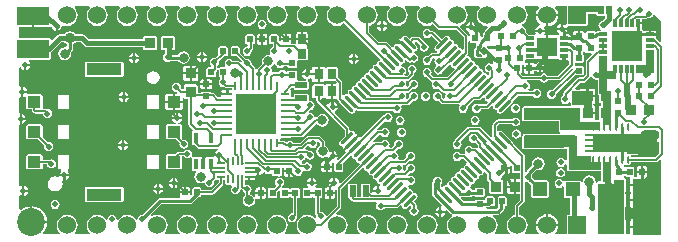
<source format=gbl>
G04 Layer_Physical_Order=8*
G04 Layer_Color=16711680*
%FSLAX25Y25*%
%MOIN*%
G70*
G01*
G75*
%ADD28R,0.02559X0.03347*%
%ADD29R,0.02028X0.02362*%
%ADD30R,0.02362X0.02028*%
%ADD31R,0.03600X0.03700*%
%ADD32R,0.03700X0.03600*%
%ADD34C,0.01000*%
%ADD35C,0.01200*%
%ADD36C,0.00500*%
%ADD37C,0.02000*%
%ADD38C,0.00800*%
%ADD39C,0.00700*%
%ADD40C,0.01500*%
%ADD41C,0.01600*%
%ADD48O,0.06299X0.03543*%
%ADD49C,0.02000*%
%ADD50C,0.06000*%
%ADD51R,0.06000X0.06000*%
%ADD52C,0.01968*%
%ADD53C,0.03600*%
G04:AMPARAMS|DCode=66|XSize=5.91mil|YSize=5.91mil|CornerRadius=1.48mil|HoleSize=0mil|Usage=FLASHONLY|Rotation=270.000|XOffset=0mil|YOffset=0mil|HoleType=Round|Shape=RoundedRectangle|*
%AMROUNDEDRECTD66*
21,1,0.00591,0.00295,0,0,270.0*
21,1,0.00295,0.00591,0,0,270.0*
1,1,0.00295,-0.00148,-0.00148*
1,1,0.00295,-0.00148,0.00148*
1,1,0.00295,0.00148,0.00148*
1,1,0.00295,0.00148,-0.00148*
%
%ADD66ROUNDEDRECTD66*%
%ADD67P,0.02895X4X270.0*%
%ADD68R,0.02559X0.00787*%
%ADD69R,0.00787X0.02559*%
%ADD70R,0.00787X0.02953*%
G04:AMPARAMS|DCode=71|XSize=31.5mil|YSize=31.5mil|CornerRadius=15.75mil|HoleSize=0mil|Usage=FLASHONLY|Rotation=90.000|XOffset=0mil|YOffset=0mil|HoleType=Round|Shape=RoundedRectangle|*
%AMROUNDEDRECTD71*
21,1,0.03150,0.00000,0,0,90.0*
21,1,0.00000,0.03150,0,0,90.0*
1,1,0.03150,0.00000,0.00000*
1,1,0.03150,0.00000,0.00000*
1,1,0.03150,0.00000,0.00000*
1,1,0.03150,0.00000,0.00000*
%
%ADD71ROUNDEDRECTD71*%
%ADD72R,0.06890X0.06417*%
%ADD73R,0.02756X0.01181*%
%ADD74R,0.11811X0.03937*%
%ADD75R,0.04331X0.03937*%
%ADD76R,0.01575X0.03543*%
%ADD77R,0.03150X0.00984*%
%ADD78R,0.00984X0.03150*%
%ADD79R,0.13386X0.13386*%
%ADD80R,0.02874X0.01181*%
%ADD81R,0.01181X0.02874*%
%ADD82R,0.09842X0.09842*%
%ADD83R,0.03150X0.00787*%
G04:AMPARAMS|DCode=84|XSize=9.45mil|YSize=23.62mil|CornerRadius=4.73mil|HoleSize=0mil|Usage=FLASHONLY|Rotation=180.000|XOffset=0mil|YOffset=0mil|HoleType=Round|Shape=RoundedRectangle|*
%AMROUNDEDRECTD84*
21,1,0.00945,0.01417,0,0,180.0*
21,1,0.00000,0.02362,0,0,180.0*
1,1,0.00945,0.00000,0.00709*
1,1,0.00945,0.00000,0.00709*
1,1,0.00945,0.00000,-0.00709*
1,1,0.00945,0.00000,-0.00709*
%
%ADD84ROUNDEDRECTD84*%
%ADD85R,0.11220X0.06220*%
G04:AMPARAMS|DCode=86|XSize=11.02mil|YSize=55.12mil|CornerRadius=0mil|HoleSize=0mil|Usage=FLASHONLY|Rotation=135.000|XOffset=0mil|YOffset=0mil|HoleType=Round|Shape=Round|*
%AMOVALD86*
21,1,0.04409,0.01102,0.00000,0.00000,225.0*
1,1,0.01102,0.01559,0.01559*
1,1,0.01102,-0.01559,-0.01559*
%
%ADD86OVALD86*%

G04:AMPARAMS|DCode=87|XSize=11.02mil|YSize=55.12mil|CornerRadius=0mil|HoleSize=0mil|Usage=FLASHONLY|Rotation=45.000|XOffset=0mil|YOffset=0mil|HoleType=Round|Shape=Round|*
%AMOVALD87*
21,1,0.04409,0.01102,0.00000,0.00000,135.0*
1,1,0.01102,0.01559,-0.01559*
1,1,0.01102,-0.01559,0.01559*
%
%ADD87OVALD87*%

G04:AMPARAMS|DCode=88|XSize=11.02mil|YSize=55.12mil|CornerRadius=5.51mil|HoleSize=0mil|Usage=FLASHONLY|Rotation=135.000|XOffset=0mil|YOffset=0mil|HoleType=Round|Shape=RoundedRectangle|*
%AMROUNDEDRECTD88*
21,1,0.01102,0.04409,0,0,135.0*
21,1,0.00000,0.05512,0,0,135.0*
1,1,0.01102,0.01559,0.01559*
1,1,0.01102,0.01559,0.01559*
1,1,0.01102,-0.01559,-0.01559*
1,1,0.01102,-0.01559,-0.01559*
%
%ADD88ROUNDEDRECTD88*%
%ADD89R,0.01968X0.02756*%
%ADD90R,0.03150X0.03543*%
%ADD91R,0.03937X0.01968*%
%ADD92R,0.13386X0.03858*%
%ADD93R,0.11000X0.06300*%
%ADD94R,0.04724X0.04724*%
%ADD95R,0.01968X0.03937*%
%ADD96C,0.01800*%
%ADD97R,0.07300X0.02600*%
%ADD98R,0.03000X0.11500*%
%ADD99R,0.02500X0.07100*%
%ADD100R,0.04500X0.02800*%
%ADD101R,0.04100X0.02500*%
%ADD102R,0.02500X0.12031*%
%ADD103R,0.08500X0.17063*%
%ADD104R,0.03000X0.07137*%
%ADD105R,0.07700X0.04500*%
%ADD106R,0.08000X0.03000*%
%ADD107R,0.17100X0.04000*%
%ADD108R,0.06500X0.07600*%
%ADD109R,0.03000X0.10300*%
%ADD110R,0.03000X0.09000*%
%ADD111R,0.06500X0.05000*%
%ADD112R,0.10000X0.06500*%
%ADD113R,0.09500X0.18500*%
%ADD114C,0.09300*%
G36*
X156277Y61621D02*
Y61188D01*
X154742D01*
Y62212D01*
X155687D01*
X156277Y61621D01*
D02*
G37*
G36*
X216000Y26765D02*
Y10843D01*
X215522Y10698D01*
X215460Y10790D01*
X214642Y11336D01*
X213678Y11528D01*
X212650D01*
Y9008D01*
X212300D01*
Y8658D01*
X208472D01*
X208594Y8044D01*
X208948Y7514D01*
X208681Y7014D01*
X208500D01*
Y4500D01*
X208150D01*
Y4150D01*
X205586D01*
Y2700D01*
X205626Y2500D01*
X205539Y2289D01*
X205325Y2000D01*
X204619D01*
X204358Y2500D01*
X204441Y2700D01*
Y6300D01*
X204283Y6683D01*
X204104Y6757D01*
Y11143D01*
X204283Y11217D01*
X204441Y11600D01*
Y15200D01*
X204283Y15583D01*
X204104Y15657D01*
Y16143D01*
X204283Y16217D01*
X204441Y16600D01*
Y20200D01*
X204283Y20583D01*
X203900Y20741D01*
X203797D01*
X203565Y21241D01*
X203622Y21307D01*
X204149Y21299D01*
X204532Y21141D01*
X205548D01*
X205680Y20909D01*
X205753Y20641D01*
X205641Y20473D01*
X205586Y20200D01*
Y18750D01*
X210714D01*
Y20200D01*
X210659Y20473D01*
X210651Y20486D01*
X210862Y21021D01*
X210868Y21023D01*
X211099Y21177D01*
X211254Y21409D01*
X211308Y21682D01*
Y22513D01*
X207853D01*
Y21682D01*
X207908Y21409D01*
X207670Y20975D01*
X207180Y20981D01*
X206989Y21414D01*
X207100Y21682D01*
Y24044D01*
X206942Y24427D01*
X206559Y24585D01*
X204532D01*
X204149Y24427D01*
X204145Y24417D01*
X203622Y24360D01*
X203463Y24529D01*
X203461Y24710D01*
X203535Y25090D01*
X203788Y25259D01*
X204268Y25441D01*
X204590Y25226D01*
X204969Y25151D01*
X205348Y25226D01*
X205670Y25441D01*
X205885Y25763D01*
X205949Y26086D01*
X214351D01*
X214644Y26144D01*
X214892Y26310D01*
X215538Y26957D01*
X216000Y26765D01*
D02*
G37*
G36*
X166234Y24632D02*
Y22819D01*
X166393Y22436D01*
X166776Y22278D01*
X168803D01*
X168985Y22156D01*
Y20414D01*
X167500D01*
Y17900D01*
Y15386D01*
X168985D01*
Y13567D01*
X167459Y12041D01*
X167294Y11793D01*
X167235Y11500D01*
Y8429D01*
X167086Y8410D01*
X166235Y8057D01*
X165504Y7496D01*
X164943Y6765D01*
X164590Y5914D01*
X164470Y5000D01*
X164590Y4086D01*
X164943Y3235D01*
X165504Y2504D01*
X165543Y2473D01*
X165383Y2000D01*
X160617D01*
X160457Y2473D01*
X160496Y2504D01*
X161057Y3235D01*
X161410Y4086D01*
X161530Y5000D01*
X161410Y5914D01*
X161057Y6765D01*
X160496Y7496D01*
X159816Y8018D01*
X159820Y8190D01*
X159957Y8518D01*
X161538D01*
X161928Y8596D01*
X162259Y8817D01*
X163493Y10051D01*
X163714Y10381D01*
X163791Y10772D01*
Y11278D01*
X164032D01*
X164414Y11436D01*
X164573Y11819D01*
Y14181D01*
X164414Y14564D01*
X164032Y14722D01*
X162004D01*
X161621Y14564D01*
X161463Y14181D01*
Y11819D01*
X161621Y11436D01*
X161502Y10944D01*
X161116Y10558D01*
X158069D01*
X157745Y11058D01*
X157768Y11110D01*
X158358D01*
X158748Y11188D01*
X158883Y11278D01*
X159996D01*
X160379Y11436D01*
X160537Y11819D01*
Y14181D01*
X160379Y14564D01*
X159996Y14722D01*
X157968D01*
X157586Y14564D01*
X157427Y14181D01*
Y13668D01*
X156927Y13435D01*
X156681Y13537D01*
X154319D01*
X153936Y13379D01*
X153841Y13149D01*
X149981D01*
X149112Y14019D01*
X149319Y14519D01*
X150786D01*
X151177Y14596D01*
X151191Y14606D01*
X151415Y14457D01*
X152000Y14341D01*
X152585Y14457D01*
X153081Y14789D01*
X153123Y14851D01*
X153841D01*
X153936Y14621D01*
X154319Y14463D01*
X156681D01*
X157064Y14621D01*
X157222Y15004D01*
Y17031D01*
X157064Y17414D01*
X156681Y17573D01*
X154319D01*
X153936Y17414D01*
X153778Y17031D01*
Y16890D01*
X153123D01*
X153081Y16951D01*
X152585Y17283D01*
X152541Y17292D01*
X152456Y17452D01*
X152372Y17835D01*
X152537Y18083D01*
X152619Y18493D01*
X152939Y18813D01*
X153349Y18895D01*
X153697Y19127D01*
X153929Y19475D01*
X154011Y19885D01*
X154331Y20205D01*
X154741Y20287D01*
X155089Y20519D01*
X155321Y20867D01*
X155403Y21277D01*
X155844Y21621D01*
X156133Y21679D01*
X156481Y21911D01*
X156713Y22259D01*
X156746Y22425D01*
X157280Y22598D01*
X157932Y21946D01*
Y20500D01*
X158002Y20149D01*
X158201Y19851D01*
X158659Y19394D01*
Y16100D01*
X158817Y15717D01*
X159200Y15559D01*
X162900D01*
X163283Y15717D01*
X163441Y16100D01*
Y19700D01*
X163283Y20083D01*
X162900Y20241D01*
X162610D01*
X162529Y20493D01*
X162527Y20741D01*
X163026Y21074D01*
X163401Y21637D01*
X163495Y22105D01*
X164768D01*
X165041Y22160D01*
X165272Y22314D01*
X165427Y22546D01*
X165481Y22819D01*
Y23650D01*
X163754D01*
Y24350D01*
X165481D01*
Y24604D01*
X165980Y24829D01*
X166234Y24632D01*
D02*
G37*
G36*
X155543Y77526D02*
X155504Y77496D01*
X154943Y76765D01*
X154590Y75914D01*
X154470Y75000D01*
X154590Y74086D01*
X154943Y73235D01*
X155504Y72504D01*
X156235Y71943D01*
X157086Y71590D01*
X157965Y71474D01*
X158072Y71323D01*
X158220Y71023D01*
X157116Y69919D01*
X156840Y69505D01*
X156764Y69123D01*
X156621Y69064D01*
X156463Y68681D01*
Y68080D01*
X156190Y67862D01*
X155710Y68074D01*
Y68681D01*
X155655Y68954D01*
X155501Y69186D01*
X155269Y69340D01*
X154996Y69395D01*
X154028D01*
X153956Y69485D01*
X153806Y69895D01*
X154101Y70337D01*
X154164Y70650D01*
X150836D01*
X150899Y70337D01*
X151274Y69774D01*
X151837Y69399D01*
X151985Y69369D01*
X152072Y69257D01*
X152279Y68801D01*
X152255Y68681D01*
Y68099D01*
X151755Y68050D01*
X151707Y68293D01*
X151541Y68541D01*
X148984Y71097D01*
X148971Y71188D01*
X149115Y71674D01*
X149765Y71943D01*
X150496Y72504D01*
X151057Y73235D01*
X151410Y74086D01*
X151530Y75000D01*
X151410Y75914D01*
X151057Y76765D01*
X150496Y77496D01*
X150457Y77526D01*
X150618Y78000D01*
X155383D01*
X155543Y77526D01*
D02*
G37*
G36*
X102351Y32468D02*
Y31565D01*
X102306Y31556D01*
X101619Y31097D01*
X101161Y30411D01*
X101000Y29601D01*
X101161Y28791D01*
X101619Y28105D01*
X102306Y27646D01*
X103115Y27485D01*
X103925Y27646D01*
X104280Y27884D01*
X104836Y27654D01*
X104899Y27337D01*
X105194Y26895D01*
X105044Y26485D01*
X104972Y26395D01*
X104832D01*
Y24850D01*
X106210D01*
Y25681D01*
X106580Y26018D01*
X106731Y25885D01*
X106963Y25602D01*
Y23319D01*
X107121Y22936D01*
X107504Y22778D01*
X109531D01*
X109914Y22936D01*
X110073Y23319D01*
Y25681D01*
X110013Y25826D01*
X112352Y28166D01*
X112886Y27992D01*
X112919Y27826D01*
X113151Y27479D01*
X113499Y27246D01*
X113909Y27165D01*
X114229Y26845D01*
X114311Y26434D01*
X114543Y26087D01*
X114891Y25855D01*
X115180Y25797D01*
X115271Y25729D01*
X115365Y25571D01*
X115452Y25293D01*
X109114Y18956D01*
X108844Y19037D01*
X108620Y19168D01*
X108501Y19763D01*
X108126Y20326D01*
X107563Y20701D01*
X107250Y20764D01*
Y19100D01*
X106900D01*
Y18750D01*
X105236D01*
X105299Y18437D01*
X105527Y18095D01*
X105261Y17595D01*
X104504D01*
X104231Y17540D01*
X103999Y17386D01*
X103845Y17154D01*
X103790Y16881D01*
Y16050D01*
X107245D01*
Y16692D01*
X107530Y16963D01*
X107835Y16780D01*
Y11417D01*
X104519Y8101D01*
X103977Y8265D01*
X103913Y8585D01*
X103581Y9081D01*
X103085Y9413D01*
X102500Y9529D01*
X102247Y9737D01*
Y13978D01*
X102496D01*
X102879Y14136D01*
X103037Y14519D01*
Y16881D01*
X102879Y17264D01*
X102496Y17422D01*
X100949D01*
X100813Y17698D01*
X100758Y17922D01*
X101101Y18437D01*
X101164Y18750D01*
X97836D01*
X97899Y18437D01*
X98242Y17922D01*
X98187Y17698D01*
X98051Y17422D01*
X97004D01*
X96621Y17264D01*
X96463Y16881D01*
Y14519D01*
X96621Y14136D01*
X97004Y13978D01*
X99032D01*
X99414Y14136D01*
X99479Y14294D01*
X100021D01*
X100086Y14136D01*
X100469Y13978D01*
X100718D01*
Y9018D01*
X100776Y8725D01*
X100942Y8477D01*
X101045Y8374D01*
X100971Y8000D01*
X101051Y7594D01*
X100584Y7382D01*
X100496Y7496D01*
X99765Y8057D01*
X98914Y8410D01*
X98000Y8530D01*
X97086Y8410D01*
X96235Y8057D01*
X95504Y7496D01*
X94943Y6765D01*
X94590Y5914D01*
X94470Y5000D01*
X94590Y4086D01*
X94943Y3235D01*
X95504Y2504D01*
X95543Y2473D01*
X95382Y2000D01*
X90618D01*
X90457Y2473D01*
X90496Y2504D01*
X91057Y3235D01*
X91410Y4086D01*
X91530Y5000D01*
X91410Y5914D01*
X91057Y6765D01*
X90496Y7496D01*
X89765Y8057D01*
X88914Y8410D01*
X88000Y8530D01*
X87086Y8410D01*
X86235Y8057D01*
X85504Y7496D01*
X84943Y6765D01*
X84590Y5914D01*
X84470Y5000D01*
X84590Y4086D01*
X84943Y3235D01*
X85504Y2504D01*
X85543Y2473D01*
X85382Y2000D01*
X80617D01*
X80457Y2473D01*
X80496Y2504D01*
X81057Y3235D01*
X81410Y4086D01*
X81530Y5000D01*
X81410Y5914D01*
X81057Y6765D01*
X80496Y7496D01*
X79765Y8057D01*
X78914Y8410D01*
X78000Y8530D01*
X77086Y8410D01*
X76235Y8057D01*
X75504Y7496D01*
X74943Y6765D01*
X74590Y5914D01*
X74470Y5000D01*
X74590Y4086D01*
X74943Y3235D01*
X75504Y2504D01*
X75543Y2473D01*
X75383Y2000D01*
X70618D01*
X70457Y2473D01*
X70496Y2504D01*
X71057Y3235D01*
X71410Y4086D01*
X71530Y5000D01*
X71410Y5914D01*
X71057Y6765D01*
X70496Y7496D01*
X69765Y8057D01*
X68914Y8410D01*
X68000Y8530D01*
X67086Y8410D01*
X66235Y8057D01*
X65504Y7496D01*
X64943Y6765D01*
X64590Y5914D01*
X64470Y5000D01*
X64590Y4086D01*
X64943Y3235D01*
X65504Y2504D01*
X65543Y2473D01*
X65382Y2000D01*
X60618D01*
X60457Y2473D01*
X60496Y2504D01*
X61057Y3235D01*
X61410Y4086D01*
X61530Y5000D01*
X61410Y5914D01*
X61057Y6765D01*
X60496Y7496D01*
X59765Y8057D01*
X58914Y8410D01*
X58000Y8530D01*
X57086Y8410D01*
X56235Y8057D01*
X55504Y7496D01*
X54943Y6765D01*
X54590Y5914D01*
X54470Y5000D01*
X54590Y4086D01*
X54943Y3235D01*
X55504Y2504D01*
X55543Y2473D01*
X55383Y2000D01*
X50617D01*
X50457Y2473D01*
X50496Y2504D01*
X51057Y3235D01*
X51410Y4086D01*
X51530Y5000D01*
X51410Y5914D01*
X51057Y6765D01*
X50496Y7496D01*
X49765Y8057D01*
X48914Y8410D01*
X48000Y8530D01*
X47086Y8410D01*
X46235Y8057D01*
X46112Y7963D01*
X45781Y8339D01*
X49422Y11980D01*
X59000D01*
X59390Y12058D01*
X59721Y12279D01*
X61720Y14278D01*
X62231D01*
X62614Y14436D01*
X62773Y14819D01*
Y15235D01*
X66300D01*
X66593Y15293D01*
X66841Y15459D01*
X69831Y18450D01*
X69997Y18698D01*
X70055Y18991D01*
Y20103D01*
X70653D01*
X70703Y20070D01*
Y19070D01*
X70862Y18687D01*
X71245Y18528D01*
X72031D01*
X72272Y18628D01*
X72315Y18565D01*
X72546Y18410D01*
X72726Y18374D01*
X72819Y18250D01*
X72869Y18143D01*
X72935Y17856D01*
X72687Y17485D01*
X72571Y16900D01*
X72687Y16315D01*
X73019Y15819D01*
X73515Y15487D01*
X74100Y15371D01*
X74685Y15487D01*
X75181Y15819D01*
X75513Y16315D01*
X75610Y16802D01*
X75895Y16954D01*
X76120Y16999D01*
X76558Y16560D01*
X76587Y16415D01*
X76919Y15919D01*
X77235Y15707D01*
Y14884D01*
X77104Y14796D01*
X76645Y14110D01*
X76484Y13300D01*
X76645Y12490D01*
X77104Y11804D01*
X77790Y11345D01*
X78600Y11184D01*
X79410Y11345D01*
X80096Y11804D01*
X80555Y12490D01*
X80716Y13300D01*
X80644Y13662D01*
X81102Y13922D01*
X81195Y13859D01*
X81468Y13805D01*
X82132D01*
Y15350D01*
X80755D01*
Y14710D01*
X80255Y14558D01*
X80096Y14796D01*
X79410Y15255D01*
X79084Y15319D01*
X78979Y15850D01*
X79081Y15919D01*
X79413Y16415D01*
X79529Y17000D01*
X79413Y17585D01*
X79081Y18081D01*
X78585Y18413D01*
X78000Y18529D01*
X77622Y18454D01*
X77463Y18526D01*
X77235Y18776D01*
X77202Y18842D01*
X77297Y19070D01*
Y19890D01*
X77346Y19931D01*
X78276D01*
Y21038D01*
X78626D01*
Y21388D01*
X80632D01*
X80775Y21520D01*
X81077Y21690D01*
X81350Y21636D01*
Y23300D01*
X82050D01*
Y21636D01*
X82363Y21699D01*
X82926Y22074D01*
X83270Y22590D01*
X83525Y22651D01*
X83818Y22670D01*
X83919Y22519D01*
X84415Y22187D01*
X85000Y22071D01*
X85585Y22187D01*
X85927Y22416D01*
X86407Y22213D01*
X86427Y22194D01*
Y21819D01*
X86586Y21436D01*
X86968Y21278D01*
X88045D01*
X88501Y21178D01*
X88540Y20778D01*
X88517Y20773D01*
X88215Y20713D01*
X87719Y20381D01*
X87387Y19885D01*
X87271Y19300D01*
X87387Y18715D01*
X87719Y18219D01*
X87740Y18003D01*
X87159Y17422D01*
X85469D01*
X85086Y17264D01*
X84927Y16881D01*
Y14519D01*
X85086Y14136D01*
X85469Y13978D01*
X87532D01*
X87914Y14136D01*
X88073Y14519D01*
Y16173D01*
X88463Y16564D01*
X88963Y16356D01*
Y14519D01*
X89121Y14136D01*
X89504Y13978D01*
X91531D01*
X91914Y14136D01*
X91979Y14294D01*
X92521D01*
X92586Y14136D01*
X92968Y13978D01*
X93218D01*
Y9208D01*
X93000Y9029D01*
X92415Y8913D01*
X91919Y8581D01*
X91587Y8085D01*
X91471Y7500D01*
X91587Y6915D01*
X91919Y6419D01*
X92415Y6087D01*
X93000Y5971D01*
X93585Y6087D01*
X94081Y6419D01*
X94413Y6915D01*
X94529Y7500D01*
X94455Y7874D01*
X94523Y7942D01*
X94523Y7942D01*
X94689Y8190D01*
X94747Y8482D01*
Y13978D01*
X94996D01*
X95379Y14136D01*
X95537Y14519D01*
Y16881D01*
X95379Y17264D01*
X94996Y17422D01*
X92968D01*
X92586Y17264D01*
X92521Y17106D01*
X91979D01*
X91914Y17264D01*
X91531Y17422D01*
X89924D01*
X89853Y17468D01*
X89553Y17922D01*
X89565Y17982D01*
Y18007D01*
X89881Y18219D01*
X90213Y18715D01*
X90329Y19300D01*
X90213Y19885D01*
X89881Y20381D01*
X89385Y20713D01*
X89215Y20747D01*
X89021Y21258D01*
X89033Y21293D01*
X89379Y21436D01*
X89537Y21819D01*
Y23910D01*
X89924Y24342D01*
X90290Y24181D01*
Y23350D01*
X92018D01*
Y23000D01*
X92368D01*
Y21105D01*
X93032D01*
X93305Y21159D01*
X93536Y21314D01*
X93656Y21493D01*
X93738Y21560D01*
X94233Y21708D01*
X94415Y21587D01*
X95000Y21471D01*
X95585Y21587D01*
X96081Y21919D01*
X96413Y22415D01*
X96529Y23000D01*
X96501Y23144D01*
X96798Y23339D01*
X96962Y23390D01*
X97415Y23087D01*
X98000Y22971D01*
X98585Y23087D01*
X99081Y23419D01*
X99413Y23915D01*
X99529Y24500D01*
X99497Y24662D01*
X99515Y24750D01*
X99457Y25043D01*
X99291Y25291D01*
X99264Y25309D01*
X99081Y25581D01*
X98585Y25913D01*
X98000Y26029D01*
X97415Y25913D01*
X96919Y25581D01*
X96874Y25515D01*
X96362D01*
X96186Y25738D01*
X96385Y26287D01*
X96881Y26619D01*
X97213Y27115D01*
X97245Y27277D01*
X97776Y27382D01*
X97819Y27319D01*
X98315Y26987D01*
X98900Y26871D01*
X99485Y26987D01*
X99981Y27319D01*
X100313Y27815D01*
X100429Y28400D01*
X100313Y28985D01*
X99981Y29481D01*
X99485Y29813D01*
X98900Y29929D01*
X98526Y29855D01*
X98391Y29991D01*
X98143Y30156D01*
X97850Y30215D01*
X97614D01*
X97422Y30677D01*
X98160Y31414D01*
X98714Y31374D01*
X98819Y31219D01*
X99315Y30887D01*
X99900Y30771D01*
X100485Y30887D01*
X100981Y31219D01*
X101313Y31715D01*
X101429Y32300D01*
X101335Y32777D01*
X101699Y33051D01*
X101747Y33072D01*
X102351Y32468D01*
D02*
G37*
G36*
X212650Y32472D02*
X213678D01*
X214642Y32664D01*
X214994Y32899D01*
X215435Y32663D01*
Y29017D01*
X214034Y27616D01*
X206031D01*
X205834Y28068D01*
X206085Y28539D01*
X207724D01*
X207997Y28593D01*
X208229Y28748D01*
X208384Y28980D01*
X208438Y29253D01*
Y29296D01*
X206150D01*
Y29996D01*
X208438D01*
Y30040D01*
X208384Y30313D01*
X208234Y30552D01*
X208384Y30791D01*
X208438Y31064D01*
Y31108D01*
X206150D01*
Y31808D01*
X208438D01*
Y31851D01*
X208384Y32124D01*
X208234Y32363D01*
X208384Y32602D01*
X208438Y32875D01*
Y33361D01*
X208938Y33512D01*
X209140Y33210D01*
X209958Y32664D01*
X210922Y32472D01*
X211950D01*
Y34992D01*
X212650D01*
Y32472D01*
D02*
G37*
G36*
X159466Y63747D02*
X158521D01*
X157931Y64338D01*
Y64771D01*
X159466D01*
Y63747D01*
D02*
G37*
G36*
X156277Y64338D02*
X155687Y63747D01*
X154742D01*
Y64771D01*
X156277D01*
Y64338D01*
D02*
G37*
G36*
X152309Y66046D02*
X152464Y65814D01*
X152695Y65659D01*
X152969Y65605D01*
X154157D01*
X154339Y65105D01*
X154200Y64771D01*
Y64380D01*
X153935Y64115D01*
X153714Y63784D01*
X153637Y63394D01*
Y61785D01*
X153714Y61395D01*
X153935Y61064D01*
X154021Y60979D01*
X154351Y60758D01*
X154587Y60711D01*
X154742Y60647D01*
X156277D01*
X156660Y60805D01*
X156667Y60823D01*
X156831Y60873D01*
X157104Y60818D01*
X157377Y60873D01*
X157841Y60941D01*
X158122Y60754D01*
X158250Y60728D01*
Y61188D01*
X157931D01*
Y61621D01*
X158521Y62212D01*
X159466D01*
Y61188D01*
X158950D01*
Y60728D01*
X159078Y60754D01*
X159359Y60941D01*
X159421Y61035D01*
X159905Y60859D01*
Y60332D01*
X161800D01*
Y59632D01*
X159905D01*
Y59073D01*
X159662Y58876D01*
X159431Y58789D01*
X159245Y58913D01*
X158660Y59029D01*
X158074Y58913D01*
X157578Y58581D01*
X157247Y58085D01*
X157130Y57500D01*
X157247Y56915D01*
X157578Y56419D01*
X158074Y56087D01*
X158660Y55971D01*
X158735Y55909D01*
Y55091D01*
X158651Y54990D01*
X158636Y54986D01*
X158449Y54991D01*
X158105Y55149D01*
X157873Y55497D01*
X157525Y55729D01*
X157115Y55811D01*
X156795Y56131D01*
X156713Y56541D01*
X156481Y56889D01*
X156133Y57121D01*
X155844Y57179D01*
X155403Y57523D01*
X155321Y57933D01*
X155089Y58281D01*
X154741Y58513D01*
X154331Y58595D01*
X154011Y58915D01*
X153929Y59325D01*
X153697Y59673D01*
X153349Y59905D01*
X152939Y59987D01*
X152619Y60307D01*
X152537Y60717D01*
X152305Y61065D01*
X151957Y61297D01*
X151611Y61366D01*
X151484Y61581D01*
X151396Y61858D01*
X151541Y62003D01*
X151707Y62251D01*
X151765Y62544D01*
Y66220D01*
X152265Y66269D01*
X152309Y66046D01*
D02*
G37*
G36*
X184459Y72171D02*
X184051Y71893D01*
X183997Y71878D01*
X183663Y72101D01*
X183350Y72164D01*
Y70850D01*
X184664D01*
X184619Y71075D01*
X184817Y71323D01*
X185000Y71459D01*
X191000D01*
X191383Y71617D01*
X191541Y72000D01*
Y75447D01*
X194298D01*
Y75422D01*
X194457Y75039D01*
X194839Y74881D01*
X196808D01*
X196906Y74921D01*
X197310Y74669D01*
X197347Y74150D01*
X196259Y73062D01*
X196015Y73013D01*
X195519Y72681D01*
X195187Y72185D01*
X195071Y71600D01*
X195187Y71015D01*
X195519Y70519D01*
X195940Y70237D01*
X195919Y69916D01*
X195856Y69737D01*
X195291D01*
X195020Y69625D01*
X194506D01*
X194115Y69547D01*
X194087Y69528D01*
X193781Y69655D01*
X191419D01*
X191036Y69497D01*
X190878Y69114D01*
X190378Y69115D01*
X190340Y69305D01*
X190186Y69536D01*
X189954Y69691D01*
X189681Y69745D01*
X188850D01*
Y68018D01*
X188500D01*
Y67668D01*
X186605D01*
Y67004D01*
X186215Y66565D01*
X186001Y66601D01*
X185800Y66862D01*
Y67103D01*
X183709D01*
Y67803D01*
X185800D01*
Y68043D01*
X185746Y68316D01*
X185591Y68548D01*
X185360Y68703D01*
X185087Y68757D01*
X184351D01*
X184200Y69257D01*
X184226Y69274D01*
X184601Y69837D01*
X184664Y70150D01*
X181336D01*
X181399Y69837D01*
X181774Y69274D01*
X181823Y69242D01*
X181833Y68720D01*
X181464Y68419D01*
X181445Y68422D01*
X178350D01*
Y64500D01*
Y60578D01*
X181445D01*
X181707Y60630D01*
X181826Y60452D01*
X182058Y60297D01*
X182331Y60243D01*
X183359D01*
Y61547D01*
X184059D01*
Y60243D01*
X185087D01*
X185372Y59790D01*
Y58744D01*
X181493Y54865D01*
X178293D01*
X178081Y55181D01*
X177585Y55513D01*
X177000Y55629D01*
X176415Y55513D01*
X175919Y55181D01*
X175707Y54865D01*
X170017D01*
X169340Y55541D01*
X169379Y55736D01*
X169537Y56119D01*
Y58481D01*
X169631Y58584D01*
X169892Y58831D01*
X170290Y58481D01*
Y57650D01*
X171668D01*
Y59195D01*
X171004D01*
X170932Y59181D01*
X170556Y59579D01*
X170573Y59619D01*
Y60188D01*
X170913Y60415D01*
X173669D01*
X174052Y60574D01*
X174270Y60640D01*
X174282Y60632D01*
X174555Y60578D01*
X177650D01*
Y64500D01*
Y68422D01*
X177359D01*
X177091Y68922D01*
X177301Y69237D01*
X177364Y69550D01*
X174036D01*
X174099Y69237D01*
X174164Y69139D01*
X173921Y68607D01*
X173743Y68554D01*
X173669Y68585D01*
X171797D01*
X170955Y69426D01*
X171029Y69800D01*
X170913Y70385D01*
X170581Y70881D01*
X170085Y71213D01*
X170030Y71224D01*
X169668Y71806D01*
X169697Y71914D01*
X169765Y71943D01*
X170496Y72504D01*
X171057Y73235D01*
X171410Y74086D01*
X171530Y75000D01*
X171410Y75914D01*
X171057Y76765D01*
X170496Y77496D01*
X170457Y77526D01*
X170617Y78000D01*
X175063D01*
X175255Y77500D01*
X174768Y76866D01*
X174395Y75966D01*
X174314Y75350D01*
X178000D01*
X181686D01*
X181605Y75966D01*
X181232Y76866D01*
X180745Y77500D01*
X180937Y78000D01*
X184459D01*
Y72171D01*
D02*
G37*
G36*
X216000Y73000D02*
Y66135D01*
X215538Y65943D01*
X214400Y67081D01*
X214142Y67510D01*
X214296Y67742D01*
X214351Y68015D01*
Y68256D01*
X212200D01*
Y68606D01*
X211850D01*
Y69910D01*
X210763D01*
X210490Y69855D01*
X210100Y69862D01*
X209929Y70036D01*
X209890Y70094D01*
X209831Y70133D01*
X209657Y70305D01*
X209651Y70695D01*
X209705Y70968D01*
Y72055D01*
X208401D01*
Y72755D01*
X209705D01*
Y73827D01*
X210892D01*
X211184Y73885D01*
X211424Y74045D01*
X211800Y73971D01*
X212385Y74087D01*
X212881Y74419D01*
X213213Y74915D01*
X213240Y75052D01*
X213783Y75217D01*
X216000Y73000D01*
D02*
G37*
G36*
X135543Y77526D02*
X135504Y77496D01*
X134943Y76765D01*
X134590Y75914D01*
X134470Y75000D01*
X134590Y74086D01*
X134943Y73235D01*
X135504Y72504D01*
X136235Y71943D01*
X137086Y71590D01*
X138000Y71470D01*
X138914Y71590D01*
X139765Y71943D01*
X139884Y72034D01*
X141459Y70459D01*
X141459Y70459D01*
X141707Y70293D01*
X142000Y70235D01*
X147683D01*
X150235Y67683D01*
Y63748D01*
X149772Y63522D01*
X149735Y63528D01*
X149521Y63849D01*
X149173Y64081D01*
X148884Y64139D01*
X148443Y64483D01*
X148362Y64893D01*
X148129Y65241D01*
X147782Y65473D01*
X147371Y65555D01*
X147051Y65875D01*
X146970Y66285D01*
X146737Y66633D01*
X146390Y66865D01*
X145979Y66947D01*
X145659Y67267D01*
X145578Y67677D01*
X145345Y68024D01*
X144998Y68257D01*
X144588Y68339D01*
X144177Y68257D01*
X143830Y68024D01*
X142811Y67006D01*
X140277Y69541D01*
X140029Y69706D01*
X139736Y69765D01*
X139293D01*
X139081Y70081D01*
X138585Y70413D01*
X138000Y70529D01*
X137415Y70413D01*
X136919Y70081D01*
X136587Y69585D01*
X136471Y69000D01*
X136587Y68415D01*
X136919Y67919D01*
X137415Y67587D01*
X138000Y67471D01*
X138585Y67587D01*
X139081Y67919D01*
X139704Y67951D01*
X141730Y65925D01*
X140712Y64907D01*
X140479Y64559D01*
X140398Y64149D01*
X140479Y63739D01*
X140712Y63391D01*
X141059Y63159D01*
X141136Y63080D01*
X141268Y62607D01*
X141138Y62465D01*
X139700D01*
X139407Y62406D01*
X139159Y62241D01*
X138374Y61455D01*
X138000Y61529D01*
X137415Y61413D01*
X136919Y61081D01*
X136587Y60585D01*
X136471Y60000D01*
X136587Y59415D01*
X136919Y58919D01*
X137415Y58587D01*
X138000Y58471D01*
X138585Y58587D01*
X139081Y58919D01*
X139413Y59415D01*
X139529Y60000D01*
X139455Y60374D01*
X139809Y60728D01*
X140092Y60694D01*
X140170Y60634D01*
X140448Y60191D01*
X140371Y59800D01*
X140487Y59215D01*
X140819Y58719D01*
X140895Y58667D01*
X140919Y58081D01*
X140587Y57585D01*
X140526Y57280D01*
X140459Y57213D01*
X140294Y56965D01*
X140235Y56673D01*
X140294Y56380D01*
X140459Y56132D01*
X141132Y55459D01*
X141380Y55294D01*
X141673Y55235D01*
X141965Y55294D01*
X142213Y55459D01*
X142280Y55526D01*
X142585Y55587D01*
X143081Y55919D01*
X143413Y56415D01*
X143474Y56720D01*
X145486Y58732D01*
X145763Y58645D01*
X145922Y58551D01*
X145990Y58460D01*
X146047Y58171D01*
X146280Y57823D01*
X146627Y57591D01*
X146974Y57522D01*
X147101Y57307D01*
X147188Y57029D01*
X144674Y54515D01*
X140067D01*
X139314Y55267D01*
X139413Y55415D01*
X139529Y56000D01*
X139413Y56585D01*
X139081Y57081D01*
X138585Y57413D01*
X138000Y57529D01*
X137415Y57413D01*
X136919Y57081D01*
X136587Y56585D01*
X136471Y56000D01*
X136587Y55415D01*
X136919Y54919D01*
X137415Y54587D01*
X137935Y54483D01*
X139209Y53209D01*
X139209Y53209D01*
X139343Y53120D01*
X139587Y52585D01*
X139471Y52000D01*
X139587Y51415D01*
X139919Y50919D01*
X140415Y50587D01*
X141000Y50471D01*
X141585Y50587D01*
X141733Y50686D01*
X142959Y49459D01*
X143207Y49294D01*
X143500Y49235D01*
X143500Y49235D01*
X143920D01*
X144187Y48735D01*
X144087Y48585D01*
X143971Y48000D01*
X144019Y47757D01*
X143679Y47264D01*
X143356Y47226D01*
X142955Y47626D01*
X143029Y48000D01*
X142913Y48585D01*
X142581Y49081D01*
X142085Y49413D01*
X141500Y49529D01*
X140915Y49413D01*
X140419Y49081D01*
X140087Y48585D01*
X139971Y48000D01*
X140087Y47415D01*
X140419Y46919D01*
X140915Y46587D01*
X141500Y46471D01*
X141874Y46545D01*
X142709Y45709D01*
X142709Y45709D01*
X142957Y45544D01*
X143250Y45485D01*
X148626D01*
X148634Y45487D01*
X148811Y45235D01*
X148882Y45026D01*
X148587Y44585D01*
X148471Y44000D01*
X148587Y43415D01*
X148919Y42919D01*
X149415Y42587D01*
X150000Y42471D01*
X150585Y42587D01*
X151081Y42919D01*
X151413Y43415D01*
X151529Y44000D01*
X151455Y44374D01*
X153717Y46635D01*
X155344D01*
X155636Y46694D01*
X155884Y46859D01*
X156621Y47596D01*
X156899Y47509D01*
X157057Y47415D01*
X157125Y47324D01*
X157183Y47035D01*
X157415Y46688D01*
X157763Y46455D01*
X158109Y46386D01*
X158237Y46171D01*
X158324Y45894D01*
X157695Y45265D01*
X155307D01*
X155085Y45413D01*
X154500Y45529D01*
X153915Y45413D01*
X153419Y45081D01*
X153087Y44585D01*
X152971Y44000D01*
X153087Y43415D01*
X153419Y42919D01*
X153915Y42587D01*
X154500Y42471D01*
X155085Y42587D01*
X155581Y42919D01*
X155913Y43415D01*
X155977Y43735D01*
X158011D01*
X158304Y43793D01*
X158552Y43959D01*
X159405Y44812D01*
X159683Y44725D01*
X159841Y44631D01*
X159909Y44540D01*
X159967Y44251D01*
X160199Y43904D01*
X160547Y43671D01*
X160957Y43590D01*
X161277Y43270D01*
X161358Y42860D01*
X161591Y42512D01*
X161939Y42279D01*
X162349Y42198D01*
X162759Y42279D01*
X163107Y42512D01*
X166225Y45630D01*
X166457Y45977D01*
X166536Y46376D01*
X168396Y48235D01*
X173207D01*
X173419Y47919D01*
X173915Y47587D01*
X174500Y47471D01*
X175085Y47587D01*
X175581Y47919D01*
X175913Y48415D01*
X176029Y49000D01*
X175913Y49585D01*
X175581Y50081D01*
X175085Y50413D01*
X174500Y50529D01*
X173915Y50413D01*
X173419Y50081D01*
X173207Y49765D01*
X171853D01*
X171701Y50265D01*
X171781Y50319D01*
X172113Y50815D01*
X172229Y51400D01*
X172113Y51985D01*
X171781Y52481D01*
X171285Y52813D01*
X171173Y52835D01*
X171222Y53335D01*
X175707D01*
X175919Y53019D01*
X176415Y52687D01*
X177000Y52571D01*
X177585Y52687D01*
X178081Y53019D01*
X178293Y53335D01*
X181810D01*
X182103Y53394D01*
X182351Y53559D01*
X185948Y57156D01*
X186490Y56992D01*
X186519Y56845D01*
X179753Y50079D01*
X179500Y50129D01*
X178915Y50013D01*
X178419Y49681D01*
X178087Y49185D01*
X177971Y48600D01*
X178087Y48015D01*
X178419Y47519D01*
X178915Y47187D01*
X179500Y47071D01*
X180085Y47187D01*
X180581Y47519D01*
X180913Y48015D01*
X181029Y48600D01*
X180979Y48853D01*
X187201Y55076D01*
X187319Y55027D01*
X189681D01*
X190064Y55186D01*
X190222Y55568D01*
Y57596D01*
X190064Y57979D01*
X189681Y58137D01*
X187560D01*
X187127Y58544D01*
X187140Y58905D01*
X187319Y59063D01*
X189681D01*
X190064Y59221D01*
X190222Y59604D01*
Y61632D01*
X190064Y62014D01*
X190027Y62029D01*
Y62549D01*
X190044Y62577D01*
X190064Y62586D01*
X190100Y62673D01*
X190239Y62910D01*
X190733Y62913D01*
X190760Y62778D01*
X190914Y62546D01*
X191146Y62391D01*
X191419Y62337D01*
X192758D01*
X192949Y61875D01*
X191087Y60013D01*
X190899Y59732D01*
X190833Y59400D01*
Y55259D01*
X189841Y54267D01*
X188698D01*
X188366Y54201D01*
X188085Y54013D01*
X183537Y49465D01*
X183349Y49184D01*
X183283Y48852D01*
Y48325D01*
X182919Y48081D01*
X182587Y47585D01*
X182471Y47000D01*
X182587Y46415D01*
X182919Y45919D01*
X183415Y45587D01*
X184000Y45471D01*
X184585Y45587D01*
X185081Y45919D01*
X185308Y46258D01*
X185779Y46063D01*
X185767Y46000D01*
X185899Y45337D01*
X186029Y45141D01*
X185762Y44641D01*
X182500D01*
X182485Y44635D01*
X170307D01*
X169924Y44477D01*
X169766Y44094D01*
Y40236D01*
X169924Y39853D01*
X170307Y39695D01*
X181959D01*
Y36500D01*
X182117Y36117D01*
X182301Y36041D01*
X182202Y35541D01*
X170400D01*
X170017Y35383D01*
X169859Y35000D01*
Y34988D01*
X169766Y34764D01*
Y30906D01*
X169924Y30523D01*
X170307Y30365D01*
X183693D01*
X183920Y30459D01*
X184459D01*
Y26750D01*
X184323Y26699D01*
X183959Y26666D01*
X183681Y27081D01*
X183185Y27413D01*
X182600Y27529D01*
X182015Y27413D01*
X181519Y27081D01*
X181187Y26585D01*
X181071Y26000D01*
X181187Y25415D01*
X181519Y24919D01*
X182015Y24587D01*
X182242Y24542D01*
X182378Y24515D01*
Y24005D01*
X182227Y23975D01*
X181915Y23913D01*
X181419Y23581D01*
X181087Y23085D01*
X180971Y22500D01*
X181087Y21915D01*
X181419Y21419D01*
X181915Y21087D01*
X182500Y20971D01*
X183085Y21087D01*
X183581Y21419D01*
X183913Y21915D01*
X184029Y22500D01*
X183913Y23085D01*
X183581Y23581D01*
X183085Y23913D01*
X182858Y23958D01*
X182722Y23985D01*
Y24495D01*
X182873Y24525D01*
X183185Y24587D01*
X183681Y24919D01*
X183959Y25334D01*
X184323Y25301D01*
X184459Y25251D01*
Y23500D01*
X184617Y23117D01*
X185000Y22959D01*
X195800D01*
X196022Y22811D01*
Y19604D01*
X195063D01*
X194680Y19446D01*
X194554Y19141D01*
X194073Y19286D01*
X194116Y19500D01*
X193955Y20310D01*
X193496Y20996D01*
X192810Y21455D01*
X192000Y21616D01*
X191190Y21455D01*
X190504Y20996D01*
X190045Y20310D01*
X189884Y19500D01*
X189877Y19491D01*
X189347Y19526D01*
X189257Y19745D01*
X188874Y19903D01*
X184150D01*
X183846Y19778D01*
X183767Y19745D01*
X183257Y19819D01*
X183081Y20081D01*
X182585Y20413D01*
X182000Y20529D01*
X181415Y20413D01*
X180919Y20081D01*
X180587Y19585D01*
X180471Y19000D01*
X180587Y18415D01*
X180919Y17919D01*
X181415Y17587D01*
X182000Y17471D01*
X182585Y17587D01*
X183081Y17919D01*
X183108Y17959D01*
X183608Y17807D01*
Y14638D01*
X183767Y14255D01*
X184150Y14097D01*
X185573D01*
Y8541D01*
X185000D01*
X184617Y8383D01*
X184459Y8000D01*
Y2000D01*
X180937D01*
X180745Y2500D01*
X181232Y3134D01*
X181605Y4034D01*
X181686Y4650D01*
X178000D01*
X174314D01*
X174395Y4034D01*
X174768Y3134D01*
X175255Y2500D01*
X175063Y2000D01*
X170617D01*
X170457Y2473D01*
X170496Y2504D01*
X171057Y3235D01*
X171410Y4086D01*
X171530Y5000D01*
X171410Y5914D01*
X171057Y6765D01*
X170496Y7496D01*
X169765Y8057D01*
X168914Y8410D01*
X168765Y8429D01*
Y11183D01*
X170291Y12709D01*
X170291Y12709D01*
X170457Y12957D01*
X170515Y13250D01*
Y19299D01*
X171015Y19567D01*
X171500Y19471D01*
X171649Y19500D01*
X172648Y18501D01*
Y14677D01*
X172806Y14295D01*
X173189Y14136D01*
X177913D01*
X178296Y14295D01*
X178455Y14677D01*
Y19402D01*
X178296Y19784D01*
X177913Y19943D01*
X174090D01*
X173029Y21004D01*
X173020Y21049D01*
Y22078D01*
X174438Y23496D01*
X175000Y23384D01*
X175810Y23545D01*
X176496Y24004D01*
X176955Y24690D01*
X177116Y25500D01*
X176955Y26310D01*
X176496Y26996D01*
X175810Y27455D01*
X175000Y27616D01*
X174190Y27455D01*
X173504Y26996D01*
X173045Y26310D01*
X172884Y25500D01*
X172996Y24938D01*
X171279Y23221D01*
X171058Y22890D01*
X171015Y22672D01*
X170515Y22722D01*
Y28225D01*
X170457Y28517D01*
X170291Y28766D01*
X166512Y32544D01*
X166457Y32823D01*
X166225Y33170D01*
X163107Y36288D01*
X162759Y36521D01*
X162349Y36602D01*
X161939Y36521D01*
X161765Y36404D01*
X161265Y36632D01*
Y38183D01*
X161817Y38735D01*
X166207D01*
X166419Y38419D01*
X166915Y38087D01*
X167500Y37971D01*
X168085Y38087D01*
X168581Y38419D01*
X168913Y38915D01*
X169029Y39500D01*
X168913Y40085D01*
X168581Y40581D01*
X168085Y40913D01*
X167500Y41029D01*
X166915Y40913D01*
X166419Y40581D01*
X166207Y40265D01*
X161500D01*
X161207Y40207D01*
X160959Y40041D01*
X160959Y40041D01*
X159959Y39041D01*
X159793Y38793D01*
X159735Y38500D01*
Y34595D01*
X159739Y34577D01*
X159278Y34331D01*
X155960Y37649D01*
X155663Y37848D01*
X155311Y37918D01*
X152000D01*
X151649Y37848D01*
X151351Y37649D01*
X147351Y33649D01*
X147152Y33351D01*
X147126Y33220D01*
X146919Y33081D01*
X146587Y32585D01*
X146471Y32000D01*
X146587Y31415D01*
X146919Y30919D01*
X147415Y30587D01*
X148000Y30471D01*
X148585Y30587D01*
X149081Y30919D01*
X149413Y31415D01*
X149529Y32000D01*
X149413Y32585D01*
X149201Y32903D01*
X152380Y36082D01*
X154931D01*
X157923Y33090D01*
X157759Y32548D01*
X157685Y32533D01*
X157568Y32455D01*
X159979Y30043D01*
X159484Y29548D01*
X156844Y32189D01*
X156661Y32244D01*
Y32256D01*
X156591Y32608D01*
X156393Y32905D01*
X154963Y34335D01*
X154913Y34585D01*
X154581Y35081D01*
X154085Y35413D01*
X153500Y35529D01*
X152915Y35413D01*
X152419Y35081D01*
X152087Y34585D01*
X151971Y34000D01*
X152087Y33415D01*
X152419Y32919D01*
X152915Y32587D01*
X153500Y32471D01*
X154085Y32587D01*
X154103Y32599D01*
X154826Y31876D01*
Y31105D01*
X154582Y30908D01*
X154352Y30820D01*
X154311Y30848D01*
X153960Y30918D01*
X153191D01*
X153081Y31081D01*
X152585Y31413D01*
X152000Y31529D01*
X151415Y31413D01*
X150919Y31081D01*
X150587Y30585D01*
X150471Y30000D01*
X150587Y29415D01*
X150607Y29385D01*
X150474Y29096D01*
X150318Y28918D01*
X149191D01*
X149081Y29081D01*
X148585Y29413D01*
X148000Y29529D01*
X147415Y29413D01*
X146919Y29081D01*
X146587Y28585D01*
X146471Y28000D01*
X146587Y27415D01*
X146919Y26919D01*
X147415Y26587D01*
X148000Y26471D01*
X148585Y26587D01*
X149081Y26919D01*
X149191Y27082D01*
X150012D01*
X151143Y25952D01*
X150969Y25418D01*
X150803Y25385D01*
X150455Y25153D01*
X150223Y24805D01*
X150141Y24395D01*
X149821Y24075D01*
X149411Y23993D01*
X149063Y23761D01*
X148831Y23413D01*
X148749Y23003D01*
X148429Y22683D01*
X148019Y22601D01*
X147671Y22369D01*
X147439Y22021D01*
X147357Y21611D01*
X147037Y21291D01*
X146627Y21209D01*
X146280Y20977D01*
X146047Y20629D01*
X145966Y20219D01*
X145645Y19899D01*
X145235Y19817D01*
X144888Y19585D01*
X144655Y19237D01*
X144574Y18827D01*
X144132Y18483D01*
X143843Y18425D01*
X143496Y18193D01*
X143353Y17980D01*
X142863Y17871D01*
X142768Y17877D01*
X142520Y18075D01*
Y18677D01*
X142581Y18719D01*
X142913Y19215D01*
X143029Y19800D01*
X142913Y20385D01*
X142581Y20881D01*
X142085Y21213D01*
X141500Y21329D01*
X140915Y21213D01*
X140419Y20881D01*
X140087Y20385D01*
X139971Y19800D01*
X139985Y19727D01*
X139979Y19721D01*
X139758Y19390D01*
X139680Y19000D01*
Y15421D01*
X139758Y15031D01*
X139979Y14700D01*
X140563Y14116D01*
X140712Y13893D01*
X142977Y11628D01*
X142750Y11204D01*
Y9850D01*
X144064D01*
X144049Y9923D01*
X144510Y10169D01*
X145862Y8817D01*
X146193Y8596D01*
X146217Y8591D01*
X146268Y8071D01*
X146235Y8057D01*
X145504Y7496D01*
X144943Y6765D01*
X144590Y5914D01*
X144470Y5000D01*
X144590Y4086D01*
X144943Y3235D01*
X145504Y2504D01*
X145543Y2473D01*
X145382Y2000D01*
X140618D01*
X140457Y2473D01*
X140496Y2504D01*
X141057Y3235D01*
X141410Y4086D01*
X141530Y5000D01*
X141410Y5914D01*
X141057Y6765D01*
X140496Y7496D01*
X139765Y8057D01*
X138914Y8410D01*
X138000Y8530D01*
X137086Y8410D01*
X136235Y8057D01*
X135504Y7496D01*
X134943Y6765D01*
X134590Y5914D01*
X134470Y5000D01*
X134590Y4086D01*
X134943Y3235D01*
X135504Y2504D01*
X135543Y2473D01*
X135382Y2000D01*
X130617D01*
X130457Y2473D01*
X130496Y2504D01*
X131057Y3235D01*
X131410Y4086D01*
X131530Y5000D01*
X131410Y5914D01*
X131057Y6765D01*
X130496Y7496D01*
X129765Y8057D01*
X128914Y8410D01*
X128000Y8530D01*
X127086Y8410D01*
X126235Y8057D01*
X125504Y7496D01*
X124943Y6765D01*
X124590Y5914D01*
X124470Y5000D01*
X124590Y4086D01*
X124943Y3235D01*
X125504Y2504D01*
X125543Y2473D01*
X125382Y2000D01*
X120617D01*
X120457Y2473D01*
X120496Y2504D01*
X121057Y3235D01*
X121410Y4086D01*
X121530Y5000D01*
X121410Y5914D01*
X121057Y6765D01*
X120496Y7496D01*
X119765Y8057D01*
X118914Y8410D01*
X118000Y8530D01*
X117086Y8410D01*
X116235Y8057D01*
X115504Y7496D01*
X114943Y6765D01*
X114590Y5914D01*
X114470Y5000D01*
X114590Y4086D01*
X114943Y3235D01*
X115504Y2504D01*
X115543Y2473D01*
X115383Y2000D01*
X110617D01*
X110457Y2473D01*
X110496Y2504D01*
X111057Y3235D01*
X111410Y4086D01*
X111530Y5000D01*
X111410Y5914D01*
X111057Y6765D01*
X110496Y7496D01*
X109765Y8057D01*
X108914Y8410D01*
X108000Y8530D01*
X107791Y8503D01*
X107558Y8976D01*
X109141Y10559D01*
X109307Y10807D01*
X109365Y11100D01*
Y17043D01*
X116533Y24212D01*
X116811Y24124D01*
X116969Y24031D01*
X117037Y23940D01*
X117095Y23651D01*
X117327Y23303D01*
X117675Y23071D01*
X118085Y22989D01*
X118405Y22669D01*
X118487Y22259D01*
X118719Y21911D01*
X119067Y21679D01*
X119356Y21621D01*
X119797Y21277D01*
X119879Y20867D01*
X120111Y20519D01*
X120459Y20287D01*
X120869Y20205D01*
X121189Y19885D01*
X121271Y19475D01*
X121503Y19127D01*
X121851Y18895D01*
X122261Y18813D01*
X122396Y18678D01*
X122356Y18449D01*
X121950Y18170D01*
Y16400D01*
X121600D01*
Y16050D01*
X119754D01*
X119528Y15734D01*
X119392Y15718D01*
X118991Y16086D01*
Y18369D01*
X118832Y18751D01*
X118450Y18910D01*
X116481D01*
X116098Y18751D01*
X115940Y18369D01*
Y14432D01*
X115929Y14415D01*
X114671D01*
X114660Y14432D01*
Y18369D01*
X114502Y18751D01*
X114119Y18910D01*
X112150D01*
X111768Y18751D01*
X111609Y18369D01*
Y14432D01*
X111768Y14049D01*
X112150Y13890D01*
X112405D01*
X112428Y13773D01*
X112594Y13525D01*
X113009Y13109D01*
X113257Y12944D01*
X113550Y12885D01*
X121042D01*
X121288Y12385D01*
X121087Y12085D01*
X120971Y11500D01*
X121087Y10915D01*
X121419Y10419D01*
X121915Y10087D01*
X122500Y9971D01*
X123085Y10087D01*
X123581Y10419D01*
X123793Y10735D01*
X127795D01*
X128088Y10793D01*
X128336Y10959D01*
X129061Y11684D01*
X129338Y11597D01*
X129497Y11503D01*
X129565Y11412D01*
X129622Y11123D01*
X129855Y10775D01*
X130202Y10543D01*
X130612Y10462D01*
X131023Y10543D01*
X131370Y10775D01*
X132053Y11459D01*
X132554Y11457D01*
X132655Y11354D01*
X132622Y10851D01*
X132519Y10781D01*
X132187Y10285D01*
X132071Y9700D01*
X132187Y9115D01*
X132519Y8619D01*
X133015Y8287D01*
X133600Y8171D01*
X134185Y8287D01*
X134681Y8619D01*
X135013Y9115D01*
X135129Y9700D01*
X135013Y10285D01*
X134681Y10781D01*
X134467Y10925D01*
Y11664D01*
X134401Y11995D01*
X134213Y12276D01*
X133542Y12947D01*
X134488Y13893D01*
X134721Y14241D01*
X134802Y14651D01*
X134721Y15061D01*
X134488Y15409D01*
X134141Y15642D01*
X133730Y15723D01*
X133410Y16043D01*
X133329Y16453D01*
X133096Y16801D01*
X132749Y17033D01*
X132338Y17115D01*
X132018Y17435D01*
X131937Y17845D01*
X131731Y18153D01*
X131742Y18179D01*
X131843Y18363D01*
X132009Y18568D01*
X132500Y18471D01*
X133085Y18587D01*
X133581Y18919D01*
X133913Y19415D01*
X134029Y20000D01*
X133913Y20585D01*
X133581Y21081D01*
X133085Y21413D01*
X132500Y21529D01*
X131938Y21418D01*
X131706D01*
X131499Y21918D01*
X132126Y22545D01*
X132500Y22471D01*
X133085Y22587D01*
X133581Y22919D01*
X133913Y23415D01*
X134029Y24000D01*
X133913Y24585D01*
X133581Y25081D01*
X133085Y25413D01*
X132500Y25529D01*
X131915Y25413D01*
X131419Y25081D01*
X131087Y24585D01*
X130971Y24000D01*
X131045Y23626D01*
X130485Y23067D01*
X130300Y23094D01*
X130231Y23152D01*
X129960Y23650D01*
X130029Y24000D01*
X129913Y24585D01*
X129813Y24735D01*
X130080Y25235D01*
X130500D01*
X130793Y25293D01*
X131041Y25459D01*
X132126Y26545D01*
X132500Y26471D01*
X133085Y26587D01*
X133581Y26919D01*
X133913Y27415D01*
X134029Y28000D01*
X133913Y28585D01*
X133581Y29081D01*
X133085Y29413D01*
X132500Y29529D01*
X131915Y29413D01*
X131419Y29081D01*
X131087Y28585D01*
X130971Y28000D01*
X131045Y27626D01*
X130183Y26765D01*
X128580D01*
X128313Y27265D01*
X128413Y27415D01*
X128529Y28000D01*
X128413Y28585D01*
X128081Y29081D01*
X127655Y29366D01*
X127479Y29897D01*
X128126Y30545D01*
X128500Y30471D01*
X129085Y30587D01*
X129581Y30919D01*
X129913Y31415D01*
X130029Y32000D01*
X129913Y32585D01*
X129581Y33081D01*
X129085Y33413D01*
X128500Y33529D01*
X127915Y33413D01*
X127419Y33081D01*
X127087Y32585D01*
X126971Y32000D01*
X127045Y31626D01*
X126183Y30765D01*
X125580D01*
X125313Y31265D01*
X125413Y31415D01*
X125529Y32000D01*
X125413Y32585D01*
X125081Y33081D01*
X124585Y33413D01*
X124000Y33529D01*
X123415Y33413D01*
X122919Y33081D01*
X122707Y32765D01*
X120456D01*
X120164Y32706D01*
X119857Y33103D01*
X121989Y35235D01*
X122707D01*
X122919Y34919D01*
X123415Y34587D01*
X124000Y34471D01*
X124585Y34587D01*
X125081Y34919D01*
X125413Y35415D01*
X125529Y36000D01*
X125413Y36585D01*
X125081Y37081D01*
X124585Y37413D01*
X124000Y37529D01*
X123415Y37413D01*
X122919Y37081D01*
X122707Y36765D01*
X121672D01*
X121655Y36761D01*
X121408Y37222D01*
X124030Y39844D01*
X124415Y39587D01*
X125000Y39471D01*
X125585Y39587D01*
X126081Y39919D01*
X126413Y40415D01*
X126529Y41000D01*
X126413Y41585D01*
X126081Y42081D01*
X125585Y42413D01*
X125000Y42529D01*
X124415Y42413D01*
X123919Y42081D01*
X123797Y41899D01*
X123537Y41848D01*
X123240Y41649D01*
X115979Y34388D01*
X115436Y34553D01*
X115422Y34627D01*
X115343Y34744D01*
X112932Y32332D01*
X110520Y29920D01*
X110637Y29842D01*
X110711Y29827D01*
X110876Y29285D01*
X108250Y26659D01*
X107861Y26978D01*
X108101Y27337D01*
X108164Y27650D01*
X106500D01*
Y28000D01*
X106150D01*
Y29664D01*
X105837Y29601D01*
X105718Y29522D01*
X105607Y29540D01*
X105196Y29775D01*
X105070Y30411D01*
X104611Y31097D01*
X103925Y31556D01*
X103880Y31565D01*
Y32785D01*
X103880Y32785D01*
X103822Y33077D01*
X103656Y33325D01*
X102391Y34591D01*
X102143Y34756D01*
X101850Y34815D01*
X98300D01*
X98007Y34756D01*
X97759Y34591D01*
X95633Y32465D01*
X93593D01*
X93381Y32781D01*
X92885Y33113D01*
X92300Y33229D01*
X91715Y33113D01*
X91219Y32781D01*
X90886Y32749D01*
X90641Y32994D01*
X90393Y33159D01*
X90100Y33217D01*
X89209D01*
X89033Y33536D01*
X89243Y34062D01*
X89385Y34077D01*
X92122D01*
X92505Y34235D01*
X92550Y34345D01*
X96110D01*
X96403Y34404D01*
X96651Y34569D01*
X100857Y38776D01*
X101355Y38727D01*
X101504Y38504D01*
X102190Y38045D01*
X103000Y37884D01*
X103810Y38045D01*
X104496Y38504D01*
X104955Y39190D01*
X105116Y40000D01*
X104955Y40810D01*
X104496Y41496D01*
X103810Y41955D01*
X103000Y42116D01*
X102190Y41955D01*
X101504Y41496D01*
X101240Y41102D01*
X100619Y41032D01*
X100509Y41122D01*
X100502Y41137D01*
X100413Y41585D01*
X100081Y42081D01*
X99585Y42413D01*
X99000Y42529D01*
X98773Y42484D01*
X98526Y42945D01*
X99065Y43483D01*
X99585Y43587D01*
X100081Y43919D01*
X100413Y44415D01*
X100529Y45000D01*
X100413Y45585D01*
X100081Y46081D01*
X99585Y46413D01*
X99000Y46529D01*
X98896Y46509D01*
X98510Y46826D01*
Y48319D01*
X98351Y48702D01*
X97969Y48860D01*
X94032D01*
X93649Y48702D01*
X93490Y48319D01*
Y47686D01*
X92829D01*
X92589Y48160D01*
X92619Y48290D01*
X92663Y48398D01*
Y49382D01*
X92505Y49765D01*
X92422Y50340D01*
X92982Y50901D01*
X93490D01*
Y50681D01*
X93649Y50298D01*
X94032Y50140D01*
X97969D01*
X98351Y50298D01*
X98510Y50681D01*
Y52650D01*
X98351Y53032D01*
X98140Y53120D01*
X98191Y53640D01*
X98663Y53734D01*
X99046Y53989D01*
X99546Y53758D01*
Y53563D01*
X99601Y53290D01*
X99755Y53059D01*
X99987Y52904D01*
X100260Y52850D01*
X101485D01*
Y55335D01*
Y57820D01*
X100260D01*
X99987Y57766D01*
X99755Y57611D01*
X99601Y57380D01*
X99546Y57107D01*
Y56912D01*
X99046Y56681D01*
X98663Y56936D01*
X98350Y56999D01*
Y55335D01*
X98000D01*
Y54985D01*
X96336D01*
X96399Y54672D01*
X96774Y54109D01*
X97337Y53734D01*
X97552Y53691D01*
X97503Y53191D01*
X94822D01*
X94607Y53691D01*
X94722Y53969D01*
Y55996D01*
X94564Y56379D01*
X94181Y56537D01*
X91819D01*
X91436Y56379D01*
X91351Y56173D01*
X90866Y56155D01*
X90781Y56281D01*
X90285Y56613D01*
X89700Y56729D01*
X89115Y56613D01*
X88619Y56281D01*
X88407Y55965D01*
X86700D01*
X86609Y55947D01*
X86207Y56274D01*
X86176Y56331D01*
X86229Y56600D01*
X86113Y57185D01*
X86017Y57328D01*
X85825Y57715D01*
X86145Y57969D01*
X86496Y58204D01*
X86875Y58771D01*
X87364Y58731D01*
X87395Y58719D01*
X87423Y58577D01*
X87589Y58329D01*
X87688Y58263D01*
X87919Y57919D01*
X88415Y57587D01*
X89000Y57471D01*
X89585Y57587D01*
X90081Y57919D01*
X90206Y58105D01*
X91278D01*
Y58004D01*
X91436Y57621D01*
X91819Y57463D01*
X94181D01*
X94564Y57621D01*
X94722Y58004D01*
Y59606D01*
X95021Y60023D01*
X97579D01*
X97962Y60182D01*
X98121Y60565D01*
Y63911D01*
X98010Y64179D01*
X97965Y64306D01*
X98084Y64784D01*
X98239Y65016D01*
X98293Y65289D01*
Y66612D01*
X96300D01*
X94307D01*
Y65922D01*
X94254Y65843D01*
X93807Y65551D01*
X93738Y65565D01*
X92954D01*
X92745Y65819D01*
Y66650D01*
X89290D01*
Y66519D01*
X88792Y66294D01*
X88537Y66492D01*
Y68181D01*
X88379Y68564D01*
X87996Y68722D01*
X85969D01*
X85586Y68564D01*
X85427Y68181D01*
Y65819D01*
X85586Y65436D01*
X85969Y65278D01*
X86464D01*
Y64423D01*
X86415Y64413D01*
X85919Y64081D01*
X85587Y63585D01*
X85471Y63000D01*
X85587Y62415D01*
X85746Y62177D01*
X85445Y61727D01*
X85000Y61816D01*
X84190Y61655D01*
X83504Y61196D01*
X83045Y60510D01*
X82884Y59700D01*
X83045Y58890D01*
X83071Y58852D01*
X81444Y57225D01*
X81278Y56977D01*
X80780Y56984D01*
X80722Y57277D01*
X80556Y57525D01*
X79455Y58626D01*
X79529Y59000D01*
X79413Y59585D01*
X79081Y60081D01*
X78585Y60413D01*
X78000Y60529D01*
X77626Y60455D01*
X75573Y62509D01*
Y64181D01*
X75414Y64564D01*
X75032Y64722D01*
X73004D01*
X72621Y64564D01*
X72463Y64181D01*
Y61819D01*
X72621Y61436D01*
X73004Y61278D01*
X74641D01*
X76222Y59696D01*
X76196Y59592D01*
X75642Y59439D01*
X75541Y59541D01*
X75293Y59706D01*
X75000Y59765D01*
X73293D01*
X73081Y60081D01*
X72585Y60413D01*
X72000Y60529D01*
X71415Y60413D01*
X70919Y60081D01*
X70587Y59585D01*
X70471Y59000D01*
X70587Y58415D01*
X70716Y58222D01*
X70448Y57722D01*
X69004D01*
X68621Y57564D01*
X68548Y57386D01*
X68048Y57485D01*
Y58129D01*
X68181Y58219D01*
X68513Y58715D01*
X68629Y59300D01*
X68591Y59493D01*
X70375Y61278D01*
X70996D01*
X71379Y61436D01*
X71537Y61819D01*
Y64181D01*
X71379Y64564D01*
X70996Y64722D01*
X68968D01*
X68586Y64564D01*
X68427Y64181D01*
Y61925D01*
X67293Y60791D01*
X67100Y60829D01*
X66515Y60713D01*
X66019Y60381D01*
X65687Y59885D01*
X65571Y59300D01*
X65687Y58715D01*
X66019Y58219D01*
X65861Y57722D01*
X64969D01*
X64586Y57564D01*
X64427Y57181D01*
Y54819D01*
X64586Y54436D01*
X64969Y54278D01*
X66996D01*
X67379Y54436D01*
X67537Y54819D01*
Y56257D01*
X67779Y56499D01*
X67963Y56774D01*
X68000Y56781D01*
X68463Y56617D01*
Y54819D01*
X68621Y54436D01*
X68946Y54302D01*
X69028Y54073D01*
X69063Y53778D01*
X68919Y53681D01*
X68587Y53185D01*
X68471Y52600D01*
X68587Y52015D01*
X68919Y51519D01*
X69415Y51187D01*
X70000Y51071D01*
X70374Y51145D01*
X70512Y51007D01*
X70760Y50841D01*
X71053Y50783D01*
X71053Y50783D01*
X73077D01*
Y50136D01*
X73027Y50096D01*
X71803D01*
Y48890D01*
X71453D01*
Y48540D01*
X69164D01*
Y48398D01*
X69206Y48186D01*
X69165Y48048D01*
X68910Y47686D01*
X68396D01*
X67191Y48891D01*
X66943Y49057D01*
X66650Y49115D01*
X65973D01*
X65864Y49379D01*
X65481Y49537D01*
X63119D01*
X62736Y49379D01*
X62627Y49115D01*
X61541D01*
Y51400D01*
X61383Y51783D01*
X61000Y51941D01*
X57400D01*
X57017Y51783D01*
X56859Y51400D01*
Y50315D01*
X56202D01*
X55868Y50691D01*
X55929Y51000D01*
X55813Y51585D01*
X55481Y52081D01*
X54985Y52413D01*
X54400Y52529D01*
X53815Y52413D01*
X53319Y52081D01*
X52987Y51585D01*
X52871Y51000D01*
X52987Y50415D01*
X53319Y49919D01*
X53815Y49587D01*
X54400Y49471D01*
X54557Y49502D01*
X54732Y49305D01*
X54508Y48805D01*
X53917D01*
Y46473D01*
X56446D01*
Y47390D01*
X56946Y47489D01*
X57017Y47317D01*
X57400Y47159D01*
X58435D01*
Y38700D01*
X58494Y38407D01*
X58659Y38159D01*
X59913Y36906D01*
X59781Y36331D01*
X59671Y36285D01*
X59512Y35902D01*
Y32359D01*
X59671Y31976D01*
X60053Y31818D01*
X60401D01*
X61459Y30759D01*
X61459Y30759D01*
X61707Y30593D01*
X62000Y30535D01*
X68200D01*
X68277Y30049D01*
X68037Y30001D01*
X67474Y29626D01*
X67099Y29063D01*
X67036Y28750D01*
X68700D01*
Y28050D01*
X66877D01*
X66580Y27782D01*
X65214D01*
X65171Y27782D01*
X64754Y27653D01*
X64692Y27746D01*
X64460Y27900D01*
X64460Y27900D01*
X64354Y27922D01*
X64187Y27955D01*
X63750D01*
Y25469D01*
X63050D01*
Y27955D01*
X62612D01*
X62339Y27900D01*
X62108Y27746D01*
X62046Y27653D01*
X62046Y27653D01*
X62046Y27653D01*
X62011Y27624D01*
X62011D01*
X61628Y27782D01*
X60053D01*
X59536Y28102D01*
X59513Y28215D01*
X59629Y28800D01*
X59513Y29385D01*
X59181Y29881D01*
X58685Y30213D01*
X58100Y30329D01*
X57647Y30239D01*
X57485Y30687D01*
X57981Y31019D01*
X58313Y31515D01*
X58429Y32100D01*
X58313Y32685D01*
X57981Y33181D01*
X57485Y33513D01*
X56900Y33629D01*
X56526Y33555D01*
X56172Y33909D01*
X56274Y34154D01*
Y38091D01*
X56115Y38474D01*
X55733Y38633D01*
X54981D01*
X54932Y39133D01*
X55263Y39199D01*
X55826Y39574D01*
X56201Y40137D01*
X56264Y40450D01*
X52936D01*
X52999Y40137D01*
X53374Y39574D01*
X53937Y39199D01*
X54268Y39133D01*
X54219Y38633D01*
X51402D01*
X51019Y38474D01*
X50860Y38091D01*
Y34154D01*
X51019Y33772D01*
X51402Y33613D01*
X54305D01*
X55445Y32474D01*
X55371Y32100D01*
X55487Y31515D01*
X55819Y31019D01*
X56315Y30687D01*
X56900Y30571D01*
X57354Y30661D01*
X57515Y30213D01*
X57019Y29881D01*
X56807Y29565D01*
X55300D01*
X55007Y29506D01*
X54759Y29341D01*
X54051Y28633D01*
X51402D01*
X51019Y28474D01*
X50860Y28091D01*
Y24155D01*
X51019Y23772D01*
X51402Y23613D01*
X55733D01*
X56115Y23772D01*
X56274Y24155D01*
Y28035D01*
X56807D01*
X57019Y27719D01*
X57515Y27387D01*
X58100Y27271D01*
X58685Y27387D01*
X59129Y27684D01*
X59212Y27693D01*
X59561Y27460D01*
X59529Y27281D01*
X59512Y27241D01*
X59512Y23698D01*
X59671Y23315D01*
X60053Y23156D01*
X60943D01*
X61094Y22656D01*
X61004Y22596D01*
X60545Y21910D01*
X60384Y21100D01*
X60545Y20290D01*
X61004Y19604D01*
X61690Y19145D01*
X62500Y18984D01*
X63310Y19145D01*
X63401Y19206D01*
X63920Y18952D01*
X63987Y18615D01*
X64319Y18119D01*
X64815Y17787D01*
X65400Y17671D01*
X65985Y17787D01*
X66481Y18119D01*
X66813Y18615D01*
X66929Y19200D01*
X66855Y19574D01*
X67301Y20019D01*
X67712Y20262D01*
X68094Y20103D01*
X68526D01*
Y19307D01*
X65983Y16765D01*
X62773D01*
Y17181D01*
X62614Y17564D01*
X62231Y17722D01*
X60204D01*
X59821Y17564D01*
X59663Y17181D01*
Y15252D01*
X59408Y15055D01*
X58910Y15280D01*
Y15650D01*
X57182D01*
X55455D01*
Y14819D01*
X55509Y14546D01*
X55527Y14520D01*
X55273Y14020D01*
X49000D01*
X48610Y13942D01*
X48279Y13721D01*
X43073Y8515D01*
X43000Y8529D01*
X42415Y8413D01*
X41919Y8081D01*
X41587Y7585D01*
X41471Y7004D01*
X41471Y7004D01*
X41453Y6995D01*
X40990Y6853D01*
X40496Y7496D01*
X39765Y8057D01*
X38914Y8410D01*
X38000Y8530D01*
X37086Y8410D01*
X36235Y8057D01*
X35504Y7496D01*
X35010Y6853D01*
X34547Y6995D01*
X34529Y7004D01*
X34529Y7004D01*
X34413Y7585D01*
X34081Y8081D01*
X33585Y8413D01*
X33000Y8529D01*
X32415Y8413D01*
X31919Y8081D01*
X31587Y7585D01*
X31471Y7004D01*
X31471Y7004D01*
X31453Y6995D01*
X30990Y6853D01*
X30496Y7496D01*
X29765Y8057D01*
X28914Y8410D01*
X28000Y8530D01*
X27086Y8410D01*
X26235Y8057D01*
X25504Y7496D01*
X24943Y6765D01*
X24590Y5914D01*
X24470Y5000D01*
X24590Y4086D01*
X24943Y3235D01*
X25504Y2504D01*
X25543Y2473D01*
X25383Y2000D01*
X20617D01*
X20457Y2473D01*
X20496Y2504D01*
X21057Y3235D01*
X21410Y4086D01*
X21530Y5000D01*
X21410Y5914D01*
X21057Y6765D01*
X20496Y7496D01*
X19765Y8057D01*
X18914Y8410D01*
X18000Y8530D01*
X17086Y8410D01*
X16235Y8057D01*
X15504Y7496D01*
X14943Y6765D01*
X14590Y5914D01*
X14470Y5000D01*
X14590Y4086D01*
X14943Y3235D01*
X15504Y2504D01*
X15543Y2473D01*
X15382Y2000D01*
X10304D01*
X10058Y2500D01*
X10673Y3302D01*
X11212Y4603D01*
X11350Y5650D01*
X6000D01*
Y6000D01*
X5650D01*
Y11350D01*
X4603Y11212D01*
X3302Y10673D01*
X2500Y10058D01*
X2000Y10304D01*
Y14789D01*
X2500Y15057D01*
X2737Y14899D01*
X3050Y14836D01*
Y16500D01*
Y18164D01*
X2737Y18101D01*
X2500Y17943D01*
X2000Y18211D01*
Y38472D01*
X2150Y38595D01*
Y40500D01*
Y42405D01*
X2000Y42528D01*
Y47568D01*
X2500Y47866D01*
X2650Y47836D01*
Y49500D01*
Y51164D01*
X2500Y51134D01*
X2000Y51432D01*
Y57533D01*
X2500Y57685D01*
X2774Y57274D01*
X3337Y56899D01*
X3650Y56836D01*
Y58500D01*
X4000D01*
Y58850D01*
X5664D01*
X5601Y59163D01*
X5237Y59709D01*
X5257Y59810D01*
X5403Y60209D01*
X12000D01*
X12383Y60367D01*
X12541Y60750D01*
Y62758D01*
X12901Y62999D01*
X15990Y66088D01*
X16985D01*
X17242Y65704D01*
X17880Y65277D01*
Y64680D01*
X17400Y64276D01*
X17200Y64316D01*
X16390Y64155D01*
X15704Y63696D01*
X15245Y63010D01*
X15084Y62200D01*
X15245Y61390D01*
X15704Y60704D01*
X16390Y60245D01*
X17200Y60084D01*
X18010Y60245D01*
X18696Y60704D01*
X19155Y61390D01*
X19316Y62200D01*
X19204Y62762D01*
X19621Y63179D01*
X19842Y63510D01*
X19920Y63900D01*
Y65277D01*
X20558Y65704D01*
X20815Y66088D01*
X22510D01*
X23799Y64799D01*
X24212Y64522D01*
X24700Y64425D01*
X43159D01*
Y63900D01*
X43317Y63517D01*
X43700Y63359D01*
X47400D01*
X47783Y63517D01*
X47941Y63900D01*
Y67500D01*
X47783Y67883D01*
X47400Y68041D01*
X43700D01*
X43317Y67883D01*
X43159Y67500D01*
Y66975D01*
X25228D01*
X23939Y68263D01*
X23526Y68540D01*
X23038Y68637D01*
X20815D01*
X20558Y69020D01*
X19797Y69529D01*
X18900Y69707D01*
X18003Y69529D01*
X17242Y69020D01*
X16985Y68637D01*
X15462D01*
X14975Y68540D01*
X14561Y68263D01*
X13003Y66706D01*
X12541Y66897D01*
Y67050D01*
X12383Y67433D01*
X12000Y67591D01*
X2000D01*
Y71036D01*
X6150D01*
Y74900D01*
X6850D01*
Y71036D01*
X12000D01*
X12273Y71091D01*
X12331Y71129D01*
X12831Y70978D01*
X12878Y70939D01*
X12899Y70837D01*
X13274Y70274D01*
X13837Y69899D01*
X14150Y69836D01*
Y71500D01*
X14850D01*
Y69836D01*
X15163Y69899D01*
X15726Y70274D01*
X16101Y70837D01*
X16215Y71410D01*
X16504Y71649D01*
X16693Y71753D01*
X17086Y71590D01*
X18000Y71470D01*
X18914Y71590D01*
X19765Y71943D01*
X20496Y72504D01*
X21057Y73235D01*
X21410Y74086D01*
X21530Y75000D01*
X21410Y75914D01*
X21057Y76765D01*
X20496Y77496D01*
X20457Y77526D01*
X20617Y78000D01*
X25383D01*
X25543Y77526D01*
X25504Y77496D01*
X24943Y76765D01*
X24590Y75914D01*
X24470Y75000D01*
X24590Y74086D01*
X24943Y73235D01*
X25504Y72504D01*
X26235Y71943D01*
X27086Y71590D01*
X28000Y71470D01*
X28914Y71590D01*
X29765Y71943D01*
X30496Y72504D01*
X31057Y73235D01*
X31410Y74086D01*
X31530Y75000D01*
X31410Y75914D01*
X31057Y76765D01*
X30496Y77496D01*
X30457Y77526D01*
X30617Y78000D01*
X35383D01*
X35543Y77526D01*
X35504Y77496D01*
X34943Y76765D01*
X34590Y75914D01*
X34470Y75000D01*
X34590Y74086D01*
X34943Y73235D01*
X35504Y72504D01*
X36235Y71943D01*
X37086Y71590D01*
X38000Y71470D01*
X38914Y71590D01*
X39765Y71943D01*
X40496Y72504D01*
X41057Y73235D01*
X41410Y74086D01*
X41530Y75000D01*
X41410Y75914D01*
X41057Y76765D01*
X40496Y77496D01*
X40457Y77526D01*
X40617Y78000D01*
X45382D01*
X45543Y77526D01*
X45504Y77496D01*
X44943Y76765D01*
X44590Y75914D01*
X44470Y75000D01*
X44590Y74086D01*
X44943Y73235D01*
X45504Y72504D01*
X46235Y71943D01*
X47086Y71590D01*
X48000Y71470D01*
X48914Y71590D01*
X49765Y71943D01*
X50496Y72504D01*
X51057Y73235D01*
X51410Y74086D01*
X51530Y75000D01*
X51410Y75914D01*
X51057Y76765D01*
X50496Y77496D01*
X50457Y77526D01*
X50617Y78000D01*
X55383D01*
X55543Y77526D01*
X55504Y77496D01*
X54943Y76765D01*
X54590Y75914D01*
X54470Y75000D01*
X54590Y74086D01*
X54943Y73235D01*
X55504Y72504D01*
X56235Y71943D01*
X57086Y71590D01*
X58000Y71470D01*
X58914Y71590D01*
X59765Y71943D01*
X60496Y72504D01*
X61057Y73235D01*
X61410Y74086D01*
X61530Y75000D01*
X61410Y75914D01*
X61057Y76765D01*
X60496Y77496D01*
X60457Y77526D01*
X60618Y78000D01*
X65382D01*
X65543Y77526D01*
X65504Y77496D01*
X64943Y76765D01*
X64590Y75914D01*
X64470Y75000D01*
X64590Y74086D01*
X64943Y73235D01*
X65504Y72504D01*
X66235Y71943D01*
X67086Y71590D01*
X68000Y71470D01*
X68914Y71590D01*
X69765Y71943D01*
X70496Y72504D01*
X71057Y73235D01*
X71410Y74086D01*
X71530Y75000D01*
X71410Y75914D01*
X71057Y76765D01*
X70496Y77496D01*
X70457Y77526D01*
X70618Y78000D01*
X75383D01*
X75543Y77526D01*
X75504Y77496D01*
X74943Y76765D01*
X74590Y75914D01*
X74470Y75000D01*
X74590Y74086D01*
X74943Y73235D01*
X75504Y72504D01*
X76235Y71943D01*
X77086Y71590D01*
X78000Y71470D01*
X78914Y71590D01*
X79765Y71943D01*
X80496Y72504D01*
X81057Y73235D01*
X81410Y74086D01*
X81530Y75000D01*
X81410Y75914D01*
X81057Y76765D01*
X80496Y77496D01*
X80457Y77526D01*
X80617Y78000D01*
X85382D01*
X85543Y77526D01*
X85504Y77496D01*
X84943Y76765D01*
X84590Y75914D01*
X84470Y75000D01*
X84590Y74086D01*
X84943Y73235D01*
X85504Y72504D01*
X86235Y71943D01*
X87086Y71590D01*
X88000Y71470D01*
X88914Y71590D01*
X89765Y71943D01*
X90496Y72504D01*
X91057Y73235D01*
X91410Y74086D01*
X91530Y75000D01*
X91410Y75914D01*
X91057Y76765D01*
X90496Y77496D01*
X90457Y77526D01*
X90618Y78000D01*
X95382D01*
X95543Y77526D01*
X95504Y77496D01*
X94943Y76765D01*
X94590Y75914D01*
X94470Y75000D01*
X94590Y74086D01*
X94943Y73235D01*
X95504Y72504D01*
X96235Y71943D01*
X97086Y71590D01*
X98000Y71470D01*
X98914Y71590D01*
X99765Y71943D01*
X100496Y72504D01*
X101057Y73235D01*
X101410Y74086D01*
X101530Y75000D01*
X101410Y75914D01*
X101057Y76765D01*
X100496Y77496D01*
X100457Y77526D01*
X100618Y78000D01*
X105383D01*
X105543Y77526D01*
X105504Y77496D01*
X104943Y76765D01*
X104590Y75914D01*
X104470Y75000D01*
X104590Y74086D01*
X104943Y73235D01*
X105504Y72504D01*
X106235Y71943D01*
X107086Y71590D01*
X108000Y71470D01*
X108914Y71590D01*
X109765Y71943D01*
X110427Y72451D01*
X122412Y60467D01*
X122324Y60189D01*
X122197Y59974D01*
X121851Y59905D01*
X121503Y59673D01*
X121271Y59325D01*
X121189Y58915D01*
X120869Y58595D01*
X120459Y58513D01*
X120111Y58281D01*
X119879Y57933D01*
X119797Y57523D01*
X119356Y57179D01*
X119067Y57121D01*
X118719Y56889D01*
X118487Y56541D01*
X118405Y56131D01*
X118085Y55811D01*
X117675Y55729D01*
X117327Y55497D01*
X117095Y55149D01*
X117013Y54739D01*
X116693Y54419D01*
X116283Y54338D01*
X115935Y54105D01*
X115703Y53757D01*
X115621Y53347D01*
X115180Y53003D01*
X114891Y52946D01*
X114543Y52713D01*
X114311Y52365D01*
X114253Y52077D01*
X113909Y51635D01*
X113499Y51554D01*
X113151Y51321D01*
X112919Y50973D01*
X112837Y50563D01*
X112396Y50219D01*
X112107Y50162D01*
X111759Y49929D01*
X111527Y49582D01*
X111445Y49171D01*
X111125Y48851D01*
X110715Y48770D01*
X110367Y48537D01*
X110265Y48384D01*
X109765Y48535D01*
Y52500D01*
X109765Y52500D01*
X109706Y52793D01*
X109541Y53041D01*
X109541Y53041D01*
X108281Y54300D01*
Y57107D01*
X108123Y57489D01*
X107740Y57648D01*
X104590D01*
X104207Y57489D01*
X103772Y57707D01*
X103683Y57766D01*
X103410Y57820D01*
X102185D01*
Y55335D01*
Y52850D01*
X103410D01*
X103683Y52904D01*
X103772Y52963D01*
X104207Y53181D01*
X104590Y53022D01*
X107396D01*
X107788Y52631D01*
X107788Y52628D01*
X107561Y52150D01*
X106515D01*
Y49665D01*
Y47180D01*
X107740D01*
X107800Y47173D01*
X108258Y46880D01*
X108293Y46828D01*
X108459Y46580D01*
X108664Y46376D01*
X108743Y45977D01*
X108976Y45630D01*
X112093Y42512D01*
X112441Y42279D01*
X112851Y42198D01*
X113261Y42279D01*
X113609Y42512D01*
X113841Y42860D01*
X113899Y43148D01*
X113967Y43239D01*
X114200Y43377D01*
X114400Y43435D01*
X114612Y43293D01*
X114905Y43235D01*
X126707D01*
X126919Y42919D01*
X127415Y42587D01*
X128000Y42471D01*
X128585Y42587D01*
X129081Y42919D01*
X129413Y43415D01*
X129529Y44000D01*
X129433Y44485D01*
X129701Y44985D01*
X131250D01*
X131543Y45044D01*
X131791Y45209D01*
X133126Y46545D01*
X133500Y46471D01*
X134085Y46587D01*
X134581Y46919D01*
X134913Y47415D01*
X135029Y48000D01*
X134913Y48585D01*
X134581Y49081D01*
X134085Y49413D01*
X133500Y49529D01*
X132915Y49413D01*
X132419Y49081D01*
X132087Y48585D01*
X131971Y48000D01*
X132045Y47626D01*
X131253Y46835D01*
X131210Y46820D01*
X131130Y46840D01*
X130909Y47409D01*
X130913Y47415D01*
X131029Y48000D01*
X130913Y48585D01*
X130813Y48735D01*
X131080Y49235D01*
X131500D01*
X131793Y49294D01*
X132041Y49459D01*
X133126Y50545D01*
X133500Y50471D01*
X134085Y50587D01*
X134581Y50919D01*
X134913Y51415D01*
X135029Y52000D01*
X134913Y52585D01*
X134581Y53081D01*
X134085Y53413D01*
X133500Y53529D01*
X132915Y53413D01*
X132419Y53081D01*
X132087Y52585D01*
X131971Y52000D01*
X132045Y51626D01*
X131485Y51067D01*
X131300Y51094D01*
X131231Y51152D01*
X130960Y51650D01*
X131029Y52000D01*
X130913Y52585D01*
X130813Y52735D01*
X131080Y53235D01*
X131500D01*
X131793Y53294D01*
X132041Y53459D01*
X133541Y54959D01*
X133706Y55207D01*
X133765Y55500D01*
Y55707D01*
X134081Y55919D01*
X134413Y56415D01*
X134529Y57000D01*
X134413Y57585D01*
X134081Y58081D01*
X133585Y58413D01*
X133000Y58529D01*
X132415Y58413D01*
X131919Y58081D01*
X131587Y57585D01*
X131471Y57000D01*
X131587Y56415D01*
X131919Y55919D01*
X131956Y55537D01*
X131183Y54765D01*
X130512D01*
X130499Y54779D01*
X130351Y55265D01*
X130581Y55419D01*
X130913Y55915D01*
X131029Y56500D01*
X130913Y57085D01*
X130581Y57581D01*
X130085Y57913D01*
X129601Y58009D01*
X129358Y58254D01*
X129215Y58482D01*
X129234Y58581D01*
X129555Y58901D01*
X129965Y58983D01*
X130312Y59215D01*
X130545Y59563D01*
X130602Y59852D01*
X130670Y59943D01*
X130829Y60036D01*
X131106Y60124D01*
X131771Y59459D01*
X132019Y59294D01*
X132311Y59235D01*
X132604Y59294D01*
X132755Y59394D01*
X132915Y59287D01*
X133500Y59171D01*
X134085Y59287D01*
X134581Y59619D01*
X134913Y60115D01*
X135029Y60700D01*
X134913Y61285D01*
X134581Y61781D01*
X134085Y62113D01*
X133962Y62138D01*
X133833Y62175D01*
X133674Y62617D01*
X133917Y63114D01*
X134141Y63159D01*
X134488Y63391D01*
X134721Y63739D01*
X134802Y64149D01*
X134721Y64559D01*
X134488Y64907D01*
X133812Y65582D01*
X134020Y66082D01*
X134620D01*
X135639Y65063D01*
X135587Y64985D01*
X135471Y64400D01*
X135587Y63815D01*
X135919Y63319D01*
X136415Y62987D01*
X137000Y62871D01*
X137585Y62987D01*
X138081Y63319D01*
X138413Y63815D01*
X138529Y64400D01*
X138413Y64985D01*
X138081Y65481D01*
X137585Y65813D01*
X137460Y65838D01*
X135649Y67649D01*
X135351Y67848D01*
X135000Y67918D01*
X133400D01*
X133049Y67848D01*
X132751Y67649D01*
X132249Y67146D01*
X131370Y68024D01*
X131023Y68257D01*
X130612Y68339D01*
X130202Y68257D01*
X129855Y68024D01*
X129622Y67677D01*
X129541Y67267D01*
X129060Y67119D01*
X128732Y67053D01*
X128615Y66975D01*
X131027Y64563D01*
X130532Y64068D01*
X128120Y66480D01*
X128042Y66363D01*
X127977Y66035D01*
X127829Y65555D01*
X127418Y65473D01*
X127071Y65241D01*
X126838Y64893D01*
X126781Y64604D01*
X126713Y64513D01*
X126555Y64419D01*
X126277Y64332D01*
X124678Y65931D01*
X124430Y66097D01*
X124137Y66155D01*
X121927D01*
X118765Y69317D01*
Y71570D01*
X118914Y71590D01*
X119765Y71943D01*
X120496Y72504D01*
X121057Y73235D01*
X121410Y74086D01*
X121530Y75000D01*
X121410Y75914D01*
X121057Y76765D01*
X120496Y77496D01*
X120457Y77526D01*
X120617Y78000D01*
X125382D01*
X125543Y77526D01*
X125504Y77496D01*
X124943Y76765D01*
X124590Y75914D01*
X124470Y75000D01*
X124590Y74086D01*
X124943Y73235D01*
X125504Y72504D01*
X126235Y71943D01*
X127086Y71590D01*
X128000Y71470D01*
X128914Y71590D01*
X129765Y71943D01*
X130496Y72504D01*
X131057Y73235D01*
X131410Y74086D01*
X131530Y75000D01*
X131410Y75914D01*
X131057Y76765D01*
X130496Y77496D01*
X130457Y77526D01*
X130617Y78000D01*
X135382D01*
X135543Y77526D01*
D02*
G37*
G36*
X192921Y54314D02*
X193119Y54019D01*
X193615Y53687D01*
X194200Y53571D01*
X194459Y53622D01*
X194959Y53247D01*
Y48700D01*
X195117Y48317D01*
X195159Y48300D01*
Y46200D01*
X195317Y45817D01*
X195700Y45659D01*
X196059D01*
Y44841D01*
X195700D01*
X195317Y44683D01*
X195159Y44300D01*
Y40700D01*
X195225Y40541D01*
X194940Y40041D01*
X194303D01*
X194183Y40176D01*
X193982Y40541D01*
X194014Y40700D01*
Y42150D01*
X191450D01*
Y42850D01*
X194014D01*
Y44300D01*
X193959Y44573D01*
X193805Y44805D01*
X193573Y44959D01*
X193300Y45014D01*
Y45486D01*
X193573Y45541D01*
X193805Y45695D01*
X193959Y45927D01*
X194014Y46200D01*
Y47650D01*
X191450D01*
Y48000D01*
X191100D01*
Y50514D01*
X189600D01*
X189327Y50459D01*
X189095Y50305D01*
X188991Y50149D01*
X188827Y50045D01*
X188404Y49940D01*
X188163Y50101D01*
X187500Y50233D01*
X187455Y50224D01*
X187209Y50685D01*
X189057Y52533D01*
X190200D01*
X190532Y52599D01*
X190813Y52787D01*
X192313Y54287D01*
X192348Y54340D01*
X192355Y54343D01*
X192921Y54314D01*
D02*
G37*
%LPC*%
G36*
X210595Y24758D02*
X209931D01*
Y23213D01*
X211308D01*
Y24044D01*
X211254Y24317D01*
X211099Y24549D01*
X210868Y24703D01*
X210595Y24758D01*
D02*
G37*
G36*
X209231D02*
X208567D01*
X208294Y24703D01*
X208062Y24549D01*
X207908Y24317D01*
X207853Y24044D01*
Y23213D01*
X209231D01*
Y24758D01*
D02*
G37*
G36*
X210714Y18050D02*
X205586D01*
Y16600D01*
X205641Y16327D01*
X205795Y16095D01*
Y15705D01*
X205641Y15473D01*
X205586Y15200D01*
Y13750D01*
X210714D01*
Y15200D01*
X210659Y15473D01*
X210505Y15705D01*
Y16095D01*
X210659Y16327D01*
X210714Y16600D01*
Y18050D01*
D02*
G37*
G36*
X207800Y13050D02*
X205586D01*
Y11600D01*
X205641Y11327D01*
X205795Y11095D01*
X206027Y10941D01*
X206300Y10886D01*
X207800D01*
Y13050D01*
D02*
G37*
G36*
Y7014D02*
X206300D01*
X206027Y6959D01*
X205795Y6805D01*
X205641Y6573D01*
X205586Y6300D01*
Y4850D01*
X207800D01*
Y7014D01*
D02*
G37*
G36*
X210714Y13050D02*
X208500D01*
Y10886D01*
X208603D01*
X208870Y10386D01*
X208594Y9972D01*
X208472Y9358D01*
X211950D01*
Y11528D01*
X211199D01*
X210903Y11572D01*
X210714Y11996D01*
Y13050D01*
D02*
G37*
G36*
X166800Y17550D02*
X164586D01*
Y16100D01*
X164641Y15827D01*
X164795Y15595D01*
X165027Y15441D01*
X165300Y15386D01*
X166800D01*
Y17550D01*
D02*
G37*
G36*
Y20414D02*
X165300D01*
X165027Y20359D01*
X164795Y20205D01*
X164641Y19973D01*
X164586Y19700D01*
Y18250D01*
X166800D01*
Y20414D01*
D02*
G37*
G36*
X152150Y72664D02*
X151837Y72601D01*
X151274Y72226D01*
X150899Y71663D01*
X150836Y71350D01*
X152150D01*
Y72664D01*
D02*
G37*
G36*
X152850D02*
Y71350D01*
X154164D01*
X154101Y71663D01*
X153726Y72226D01*
X153163Y72601D01*
X152850Y72664D01*
D02*
G37*
G36*
X80619Y20688D02*
X78976D01*
Y19931D01*
X79905D01*
X80179Y19985D01*
X80410Y20140D01*
X80565Y20371D01*
X80619Y20644D01*
Y20688D01*
D02*
G37*
G36*
X99850Y20764D02*
Y19450D01*
X101164D01*
X101101Y19763D01*
X100726Y20326D01*
X100163Y20701D01*
X99850Y20764D01*
D02*
G37*
G36*
X106550D02*
X106237Y20701D01*
X105674Y20326D01*
X105299Y19763D01*
X105236Y19450D01*
X106550D01*
Y20764D01*
D02*
G37*
G36*
X91668Y22650D02*
X90290D01*
Y21819D01*
X90345Y21546D01*
X90499Y21314D01*
X90731Y21159D01*
X91004Y21105D01*
X91668D01*
Y22650D01*
D02*
G37*
G36*
X104132Y24150D02*
X102755D01*
Y23319D01*
X102809Y23046D01*
X102964Y22814D01*
X103195Y22659D01*
X103469Y22605D01*
X104132D01*
Y24150D01*
D02*
G37*
G36*
X106210D02*
X104832D01*
Y22605D01*
X105496D01*
X105769Y22659D01*
X106001Y22814D01*
X106155Y23046D01*
X106210Y23319D01*
Y24150D01*
D02*
G37*
G36*
X104132Y26395D02*
X103469D01*
X103195Y26340D01*
X102964Y26186D01*
X102809Y25954D01*
X102755Y25681D01*
Y24850D01*
X104132D01*
Y26395D01*
D02*
G37*
G36*
X107245Y15350D02*
X105868D01*
Y13805D01*
X106532D01*
X106805Y13859D01*
X107036Y14014D01*
X107191Y14246D01*
X107245Y14519D01*
Y15350D01*
D02*
G37*
G36*
X84210D02*
X82832D01*
Y13805D01*
X83496D01*
X83769Y13859D01*
X84001Y14014D01*
X84155Y14246D01*
X84210Y14519D01*
Y15350D01*
D02*
G37*
G36*
X105168D02*
X103790D01*
Y14519D01*
X103845Y14246D01*
X103999Y14014D01*
X104231Y13859D01*
X104504Y13805D01*
X105168D01*
Y15350D01*
D02*
G37*
G36*
X99150Y20764D02*
X98837Y20701D01*
X98274Y20326D01*
X97899Y19763D01*
X97836Y19450D01*
X99150D01*
Y20764D01*
D02*
G37*
G36*
X82132Y17595D02*
X81468D01*
X81195Y17540D01*
X80964Y17386D01*
X80809Y17154D01*
X80755Y16881D01*
Y16050D01*
X82132D01*
Y17595D01*
D02*
G37*
G36*
X83496D02*
X82832D01*
Y16050D01*
X84210D01*
Y16881D01*
X84155Y17154D01*
X84001Y17386D01*
X83769Y17540D01*
X83496Y17595D01*
D02*
G37*
G36*
X177650Y74650D02*
X174314D01*
X174395Y74034D01*
X174768Y73134D01*
X175361Y72361D01*
X175694Y72105D01*
X175532Y71600D01*
X175037Y71501D01*
X174474Y71126D01*
X174099Y70563D01*
X174036Y70250D01*
X177364D01*
X177301Y70563D01*
X177087Y70884D01*
X177377Y71350D01*
X177650Y71314D01*
Y74650D01*
D02*
G37*
G36*
X181686D02*
X178350D01*
Y71314D01*
X178966Y71395D01*
X179866Y71768D01*
X180639Y72361D01*
X181232Y73134D01*
X181605Y74034D01*
X181686Y74650D01*
D02*
G37*
G36*
X182650Y72164D02*
X182337Y72101D01*
X181774Y71726D01*
X181399Y71163D01*
X181336Y70850D01*
X182650D01*
Y72164D01*
D02*
G37*
G36*
X188150Y69745D02*
X187319D01*
X187046Y69691D01*
X186814Y69536D01*
X186660Y69305D01*
X186605Y69032D01*
Y68368D01*
X188150D01*
Y69745D01*
D02*
G37*
G36*
X177164Y57350D02*
X175850D01*
Y56036D01*
X176163Y56099D01*
X176726Y56474D01*
X177101Y57037D01*
X177164Y57350D01*
D02*
G37*
G36*
X175850Y59364D02*
Y58050D01*
X177164D01*
X177101Y58363D01*
X176726Y58926D01*
X176163Y59301D01*
X175850Y59364D01*
D02*
G37*
G36*
X175150D02*
X174837Y59301D01*
X174274Y58926D01*
X174191Y58801D01*
X174009Y58784D01*
X173625Y58853D01*
X173536Y58986D01*
X173305Y59140D01*
X173031Y59195D01*
X172368D01*
Y57300D01*
Y55405D01*
X173031D01*
X173305Y55459D01*
X173536Y55614D01*
X173691Y55846D01*
X173745Y56119D01*
Y56366D01*
X174245Y56518D01*
X174274Y56474D01*
X174837Y56099D01*
X175150Y56036D01*
Y57700D01*
Y59364D01*
D02*
G37*
G36*
X171668Y56950D02*
X170290D01*
Y56119D01*
X170345Y55846D01*
X170499Y55614D01*
X170731Y55459D01*
X171004Y55405D01*
X171668D01*
Y56950D01*
D02*
G37*
G36*
X213637Y69910D02*
X212550D01*
Y68955D01*
X214351D01*
Y69196D01*
X214296Y69469D01*
X214142Y69701D01*
X213910Y69855D01*
X213637Y69910D01*
D02*
G37*
G36*
X9275Y28633D02*
X4944D01*
X4562Y28474D01*
X4403Y28091D01*
Y24155D01*
X4562Y23772D01*
X4944Y23613D01*
X9275D01*
X9658Y23772D01*
X9817Y24155D01*
Y25358D01*
X11199D01*
X11287Y24915D01*
X11619Y24419D01*
X12115Y24087D01*
X12700Y23971D01*
X13285Y24087D01*
X13781Y24419D01*
X14113Y24915D01*
X14229Y25500D01*
X14113Y26085D01*
X13781Y26581D01*
X13285Y26913D01*
X12700Y27029D01*
X12115Y26913D01*
X12077Y26888D01*
X9817D01*
Y28091D01*
X9658Y28474D01*
X9275Y28633D01*
D02*
G37*
G36*
X48646Y28485D02*
X44709D01*
Y23761D01*
X48646D01*
Y28485D01*
D02*
G37*
G36*
X18764Y21350D02*
X17450D01*
Y20036D01*
X17763Y20099D01*
X18326Y20474D01*
X18701Y21037D01*
X18764Y21350D01*
D02*
G37*
G36*
X16750D02*
X15294D01*
X15269Y21322D01*
X14972Y21124D01*
X14963Y21125D01*
X14874Y21185D01*
X14106Y21338D01*
X14000Y21317D01*
X13894Y21338D01*
X13126Y21185D01*
X13037Y21125D01*
X12931Y21104D01*
X12280Y20669D01*
X12220Y20580D01*
X12131Y20520D01*
X11696Y19869D01*
X11675Y19763D01*
X11615Y19674D01*
X11462Y18906D01*
X11473Y18851D01*
X11452Y18800D01*
X11473Y18749D01*
X11462Y18694D01*
X11615Y17926D01*
X11675Y17837D01*
X11696Y17731D01*
X12131Y17080D01*
X12220Y17020D01*
X12280Y16931D01*
X12931Y16496D01*
X13037Y16475D01*
X13126Y16415D01*
X13894Y16262D01*
X14000Y16283D01*
X14106Y16262D01*
X14874Y16415D01*
X14963Y16475D01*
X15069Y16496D01*
X15720Y16931D01*
X15780Y17020D01*
X15869Y17080D01*
X16304Y17731D01*
X16325Y17837D01*
X16385Y17926D01*
X16538Y18694D01*
X16527Y18749D01*
X16548Y18800D01*
X16527Y18851D01*
X16538Y18906D01*
X16400Y19596D01*
X16572Y19864D01*
X16733Y20028D01*
X16748Y20037D01*
X16750Y20036D01*
Y21350D01*
D02*
G37*
G36*
X18724Y28485D02*
X14787D01*
Y23761D01*
X15991D01*
X16074Y23660D01*
X15977Y22994D01*
X15874Y22926D01*
X15499Y22363D01*
X15436Y22050D01*
X18764D01*
X18701Y22363D01*
X18326Y22926D01*
X18223Y22994D01*
X18126Y23660D01*
X18209Y23761D01*
X18724D01*
Y28485D01*
D02*
G37*
G36*
X129000Y41529D02*
X128415Y41413D01*
X127919Y41081D01*
X127587Y40585D01*
X127471Y40000D01*
X127587Y39415D01*
X127919Y38919D01*
X128415Y38587D01*
X129000Y38471D01*
X129585Y38587D01*
X130081Y38919D01*
X130413Y39415D01*
X130529Y40000D01*
X130413Y40585D01*
X130081Y41081D01*
X129585Y41413D01*
X129000Y41529D01*
D02*
G37*
G36*
X129500Y37529D02*
X128915Y37413D01*
X128419Y37081D01*
X128087Y36585D01*
X127971Y36000D01*
X128087Y35415D01*
X128419Y34919D01*
X128915Y34587D01*
X129500Y34471D01*
X130085Y34587D01*
X130581Y34919D01*
X130913Y35415D01*
X131029Y36000D01*
X130913Y36585D01*
X130581Y37081D01*
X130085Y37413D01*
X129500Y37529D01*
D02*
G37*
G36*
X167700Y36929D02*
X167115Y36813D01*
X166619Y36481D01*
X166287Y35985D01*
X166171Y35400D01*
X166287Y34815D01*
X166619Y34319D01*
X167115Y33987D01*
X167700Y33871D01*
X168285Y33987D01*
X168781Y34319D01*
X169113Y34815D01*
X169229Y35400D01*
X169113Y35985D01*
X168781Y36481D01*
X168285Y36813D01*
X167700Y36929D01*
D02*
G37*
G36*
X154000Y41529D02*
X153415Y41413D01*
X152919Y41081D01*
X152587Y40585D01*
X152471Y40000D01*
X152587Y39415D01*
X152919Y38919D01*
X153415Y38587D01*
X154000Y38471D01*
X154585Y38587D01*
X155081Y38919D01*
X155413Y39415D01*
X155529Y40000D01*
X155413Y40585D01*
X155081Y41081D01*
X154585Y41413D01*
X154000Y41529D01*
D02*
G37*
G36*
X2850Y42164D02*
Y40850D01*
X4164D01*
X4101Y41163D01*
X3726Y41726D01*
X3163Y42101D01*
X2850Y42164D01*
D02*
G37*
G36*
X4664Y49150D02*
X3350D01*
Y47836D01*
X3663Y47899D01*
X3903Y48059D01*
X4403Y47792D01*
Y44155D01*
X4562Y43772D01*
X4944Y43613D01*
X6345D01*
Y43323D01*
X6403Y43030D01*
X6569Y42782D01*
X6892Y42459D01*
X7140Y42294D01*
X7433Y42235D01*
X9842D01*
X9871Y42200D01*
X9987Y41615D01*
X10319Y41119D01*
X10815Y40787D01*
X11400Y40671D01*
X11985Y40787D01*
X12481Y41119D01*
X12813Y41615D01*
X12929Y42200D01*
X12813Y42785D01*
X12481Y43281D01*
X11985Y43613D01*
X11400Y43729D01*
X10983Y43646D01*
X10893Y43707D01*
X10600Y43765D01*
X10196D01*
X9817Y44155D01*
Y48092D01*
X9658Y48474D01*
X9275Y48633D01*
X5032D01*
X5010Y48643D01*
X4771Y48874D01*
X4644Y49049D01*
X4664Y49150D01*
D02*
G37*
G36*
X4164Y40150D02*
X2850D01*
Y38836D01*
X3163Y38899D01*
X3726Y39274D01*
X4101Y39837D01*
X4164Y40150D01*
D02*
G37*
G36*
X18724Y38485D02*
X14787D01*
Y33761D01*
X18724D01*
Y38485D01*
D02*
G37*
G36*
X36250Y31350D02*
X34936D01*
X34999Y31037D01*
X35374Y30474D01*
X35937Y30099D01*
X36250Y30036D01*
Y31350D01*
D02*
G37*
G36*
X9275Y38633D02*
X4944D01*
X4562Y38474D01*
X4403Y38091D01*
Y34154D01*
X4562Y33772D01*
X4944Y33613D01*
X8305D01*
X10345Y31574D01*
X10271Y31200D01*
X10387Y30615D01*
X10719Y30119D01*
X11215Y29787D01*
X11800Y29671D01*
X12385Y29787D01*
X12881Y30119D01*
X13213Y30615D01*
X13329Y31200D01*
X13213Y31785D01*
X12881Y32281D01*
X12385Y32613D01*
X11800Y32729D01*
X11426Y32655D01*
X9817Y34265D01*
Y38091D01*
X9658Y38474D01*
X9275Y38633D01*
D02*
G37*
G36*
X106850Y29664D02*
Y28350D01*
X108164D01*
X108101Y28663D01*
X107726Y29226D01*
X107163Y29601D01*
X106850Y29664D01*
D02*
G37*
G36*
X38264Y31350D02*
X36950D01*
Y30036D01*
X37263Y30099D01*
X37826Y30474D01*
X38201Y31037D01*
X38264Y31350D01*
D02*
G37*
G36*
X48646Y38485D02*
X44709D01*
Y33761D01*
X48646D01*
Y38485D01*
D02*
G37*
G36*
X36950Y33364D02*
Y32050D01*
X38264D01*
X38201Y32363D01*
X37826Y32926D01*
X37263Y33301D01*
X36950Y33364D01*
D02*
G37*
G36*
X36250D02*
X35937Y33301D01*
X35374Y32926D01*
X34999Y32363D01*
X34936Y32050D01*
X36250D01*
Y33364D01*
D02*
G37*
G36*
X36244Y17767D02*
X24433D01*
X24051Y17608D01*
X23892Y17225D01*
Y13288D01*
X24051Y12906D01*
X24433Y12747D01*
X36244D01*
X36627Y12906D01*
X36786Y13288D01*
Y17225D01*
X36627Y17608D01*
X36244Y17767D01*
D02*
G37*
G36*
X14000Y13529D02*
X13415Y13413D01*
X12919Y13081D01*
X12587Y12585D01*
X12471Y12000D01*
X12587Y11415D01*
X12919Y10919D01*
X13415Y10587D01*
X14000Y10471D01*
X14585Y10587D01*
X15081Y10919D01*
X15413Y11415D01*
X15529Y12000D01*
X15413Y12585D01*
X15081Y13081D01*
X14585Y13413D01*
X14000Y13529D01*
D02*
G37*
G36*
X5064Y16150D02*
X3750D01*
Y14836D01*
X4063Y14899D01*
X4626Y15274D01*
X5001Y15837D01*
X5064Y16150D01*
D02*
G37*
G36*
X178350Y8686D02*
Y5350D01*
X181686D01*
X181605Y5966D01*
X181232Y6866D01*
X180639Y7639D01*
X179866Y8232D01*
X178966Y8605D01*
X178350Y8686D01*
D02*
G37*
G36*
X6350Y11350D02*
Y6350D01*
X11350D01*
X11212Y7397D01*
X10673Y8698D01*
X9816Y9816D01*
X8698Y10673D01*
X7397Y11212D01*
X6350Y11350D01*
D02*
G37*
G36*
X177650Y8686D02*
X177034Y8605D01*
X176134Y8232D01*
X175361Y7639D01*
X174768Y6866D01*
X174395Y5966D01*
X174314Y5350D01*
X177650D01*
Y8686D01*
D02*
G37*
G36*
X142050Y11164D02*
X141737Y11101D01*
X141174Y10726D01*
X140799Y10163D01*
X140736Y9850D01*
X142050D01*
Y11164D01*
D02*
G37*
G36*
Y9150D02*
X140736D01*
X140799Y8837D01*
X141174Y8274D01*
X141737Y7899D01*
X142050Y7836D01*
Y9150D01*
D02*
G37*
G36*
X144064D02*
X142750D01*
Y7836D01*
X143063Y7899D01*
X143626Y8274D01*
X144001Y8837D01*
X144064Y9150D01*
D02*
G37*
G36*
X48050Y18864D02*
X47737Y18801D01*
X47174Y18426D01*
X46799Y17863D01*
X46736Y17550D01*
X48050D01*
Y18864D01*
D02*
G37*
G36*
X48750D02*
Y17550D01*
X50064D01*
X50001Y17863D01*
X49626Y18426D01*
X49063Y18801D01*
X48750Y18864D01*
D02*
G37*
G36*
X53150Y18650D02*
X51836D01*
X51899Y18337D01*
X52274Y17774D01*
X52837Y17399D01*
X53150Y17336D01*
Y18650D01*
D02*
G37*
G36*
X55164D02*
X53850D01*
Y17336D01*
X54163Y17399D01*
X54726Y17774D01*
X55101Y18337D01*
X55164Y18650D01*
D02*
G37*
G36*
X53850Y20664D02*
Y19350D01*
X55164D01*
X55101Y19663D01*
X54726Y20226D01*
X54163Y20601D01*
X53850Y20664D01*
D02*
G37*
G36*
X53150D02*
X52837Y20601D01*
X52274Y20226D01*
X51899Y19663D01*
X51836Y19350D01*
X53150D01*
Y20664D01*
D02*
G37*
G36*
X48050Y16850D02*
X46736D01*
X46799Y16537D01*
X47174Y15974D01*
X47737Y15599D01*
X48050Y15536D01*
Y16850D01*
D02*
G37*
G36*
X50064D02*
X48750D01*
Y15536D01*
X49063Y15599D01*
X49626Y15974D01*
X50001Y16537D01*
X50064Y16850D01*
D02*
G37*
G36*
X121250Y18064D02*
X120937Y18001D01*
X120374Y17626D01*
X119999Y17063D01*
X119936Y16750D01*
X121250D01*
Y18064D01*
D02*
G37*
G36*
X3750Y18164D02*
Y16850D01*
X5064D01*
X5001Y17163D01*
X4626Y17726D01*
X4063Y18101D01*
X3750Y18164D01*
D02*
G37*
G36*
X56832Y17895D02*
X56169D01*
X55895Y17841D01*
X55664Y17686D01*
X55509Y17454D01*
X55455Y17181D01*
Y16350D01*
X56832D01*
Y17895D01*
D02*
G37*
G36*
X58196D02*
X57532D01*
Y16350D01*
X58910D01*
Y17181D01*
X58855Y17454D01*
X58701Y17686D01*
X58469Y17841D01*
X58196Y17895D01*
D02*
G37*
G36*
X54250Y42464D02*
X53937Y42401D01*
X53374Y42026D01*
X52999Y41463D01*
X52936Y41150D01*
X54250D01*
Y42464D01*
D02*
G37*
G36*
X62550Y62664D02*
X62237Y62601D01*
X61674Y62226D01*
X61299Y61663D01*
X61236Y61350D01*
X62550D01*
Y62664D01*
D02*
G37*
G36*
X63250D02*
Y61350D01*
X64564D01*
X64501Y61663D01*
X64126Y62226D01*
X63563Y62601D01*
X63250Y62664D01*
D02*
G37*
G36*
X39950Y62364D02*
X39637Y62301D01*
X39074Y61926D01*
X38699Y61363D01*
X38636Y61050D01*
X39950D01*
Y62364D01*
D02*
G37*
G36*
X40650D02*
Y61050D01*
X41964D01*
X41901Y61363D01*
X41526Y61926D01*
X40963Y62301D01*
X40650Y62364D01*
D02*
G37*
G36*
X84745Y66650D02*
X83368D01*
Y65105D01*
X84031D01*
X84305Y65159D01*
X84536Y65314D01*
X84691Y65546D01*
X84745Y65819D01*
Y66650D01*
D02*
G37*
G36*
X95950Y69349D02*
X95021D01*
X94747Y69295D01*
X94516Y69140D01*
X94361Y68909D01*
X94307Y68635D01*
Y67312D01*
X95950D01*
Y69349D01*
D02*
G37*
G36*
X79996Y68722D02*
X77969D01*
X77586Y68564D01*
X77427Y68181D01*
Y65819D01*
X77586Y65436D01*
X77969Y65278D01*
X77974D01*
X78114Y64978D01*
X77831Y64496D01*
X77415Y64413D01*
X76919Y64081D01*
X76587Y63585D01*
X76471Y63000D01*
X76587Y62415D01*
X76919Y61919D01*
X77415Y61587D01*
X78000Y61471D01*
X78585Y61587D01*
X79081Y61919D01*
X79413Y62415D01*
X79529Y63000D01*
X79479Y63253D01*
X79841Y63616D01*
X80029Y63897D01*
X80095Y64228D01*
Y65319D01*
X80379Y65436D01*
X80537Y65819D01*
Y68181D01*
X80379Y68564D01*
X79996Y68722D01*
D02*
G37*
G36*
X82668Y66650D02*
X81290D01*
Y65819D01*
X81345Y65546D01*
X81499Y65314D01*
X81731Y65159D01*
X82004Y65105D01*
X82668D01*
Y66650D01*
D02*
G37*
G36*
X39950Y60350D02*
X38636D01*
X38699Y60037D01*
X39074Y59474D01*
X39637Y59099D01*
X39950Y59036D01*
Y60350D01*
D02*
G37*
G36*
X41964D02*
X40650D01*
Y59036D01*
X40963Y59099D01*
X41526Y59474D01*
X41901Y60037D01*
X41964Y60350D01*
D02*
G37*
G36*
X113150Y60150D02*
X111836D01*
X111899Y59837D01*
X112274Y59274D01*
X112837Y58899D01*
X113150Y58836D01*
Y60150D01*
D02*
G37*
G36*
X115164D02*
X113850D01*
Y58836D01*
X114163Y58899D01*
X114726Y59274D01*
X115101Y59837D01*
X115164Y60150D01*
D02*
G37*
G36*
X113150Y62164D02*
X112837Y62101D01*
X112274Y61726D01*
X111899Y61163D01*
X111836Y60850D01*
X113150D01*
Y62164D01*
D02*
G37*
G36*
X113850D02*
Y60850D01*
X115164D01*
X115101Y61163D01*
X114726Y61726D01*
X114163Y62101D01*
X113850Y62164D01*
D02*
G37*
G36*
X62550Y60650D02*
X61236D01*
X61299Y60337D01*
X61674Y59774D01*
X62237Y59399D01*
X62550Y59336D01*
Y60650D01*
D02*
G37*
G36*
X64564D02*
X63250D01*
Y59336D01*
X63563Y59399D01*
X64126Y59774D01*
X64501Y60337D01*
X64564Y60650D01*
D02*
G37*
G36*
X97579Y69349D02*
X96650D01*
Y67312D01*
X98293D01*
Y68635D01*
X98239Y68909D01*
X98084Y69140D01*
X97853Y69295D01*
X97579Y69349D01*
D02*
G37*
G36*
X83000Y73529D02*
X82415Y73413D01*
X81919Y73081D01*
X81587Y72585D01*
X81471Y72000D01*
X81587Y71415D01*
X81919Y70919D01*
X82415Y70587D01*
X83000Y70471D01*
X83585Y70587D01*
X84081Y70919D01*
X84413Y71415D01*
X84529Y72000D01*
X84413Y72585D01*
X84081Y73081D01*
X83585Y73413D01*
X83000Y73529D01*
D02*
G37*
G36*
X122650Y73164D02*
X122337Y73101D01*
X121774Y72726D01*
X121399Y72163D01*
X121336Y71850D01*
X122650D01*
Y73164D01*
D02*
G37*
G36*
X123350D02*
Y71850D01*
X124664D01*
X124601Y72163D01*
X124226Y72726D01*
X123663Y73101D01*
X123350Y73164D01*
D02*
G37*
G36*
X90668Y68895D02*
X90004D01*
X89731Y68840D01*
X89499Y68686D01*
X89345Y68454D01*
X89290Y68181D01*
Y67350D01*
X90668D01*
Y68895D01*
D02*
G37*
G36*
X92032D02*
X91368D01*
Y67350D01*
X92745D01*
Y68181D01*
X92691Y68454D01*
X92536Y68686D01*
X92305Y68840D01*
X92032Y68895D01*
D02*
G37*
G36*
X82668D02*
X82004D01*
X81731Y68840D01*
X81499Y68686D01*
X81345Y68454D01*
X81290Y68181D01*
Y67350D01*
X82668D01*
Y68895D01*
D02*
G37*
G36*
X84031D02*
X83368D01*
Y67350D01*
X84745D01*
Y68181D01*
X84691Y68454D01*
X84536Y68686D01*
X84305Y68840D01*
X84031Y68895D01*
D02*
G37*
G36*
X122650Y71150D02*
X121336D01*
X121399Y70837D01*
X121774Y70274D01*
X122337Y69899D01*
X122650Y69836D01*
Y71150D01*
D02*
G37*
G36*
X124664D02*
X123350D01*
Y69836D01*
X123663Y69899D01*
X124226Y70274D01*
X124601Y70837D01*
X124664Y71150D01*
D02*
G37*
G36*
X53500Y68041D02*
X49800D01*
X49417Y67883D01*
X49259Y67500D01*
Y63900D01*
X49417Y63517D01*
X49800Y63359D01*
X50525D01*
Y62153D01*
X50419Y62081D01*
X50087Y61585D01*
X49971Y61000D01*
X50087Y60415D01*
X50419Y59919D01*
X50915Y59587D01*
X51500Y59471D01*
X52085Y59587D01*
X52524Y59880D01*
X54986D01*
X55304Y59404D01*
X55990Y58945D01*
X56800Y58784D01*
X57610Y58945D01*
X58296Y59404D01*
X58755Y60090D01*
X58916Y60900D01*
X58755Y61710D01*
X58296Y62396D01*
X57610Y62855D01*
X56800Y63016D01*
X55990Y62855D01*
X55304Y62396D01*
X54986Y61920D01*
X53075D01*
Y63359D01*
X53500D01*
X53883Y63517D01*
X54041Y63900D01*
Y67500D01*
X53883Y67883D01*
X53500Y68041D01*
D02*
G37*
G36*
X53217Y48805D02*
X51402D01*
X51128Y48751D01*
X50897Y48596D01*
X50742Y48365D01*
X50688Y48092D01*
Y46473D01*
X53217D01*
Y48805D01*
D02*
G37*
G36*
X36450Y49464D02*
X36137Y49401D01*
X35574Y49026D01*
X35199Y48463D01*
X35136Y48150D01*
X36450D01*
Y49464D01*
D02*
G37*
G36*
X38464Y47450D02*
X37150D01*
Y46136D01*
X37463Y46199D01*
X38026Y46574D01*
X38401Y47137D01*
X38464Y47450D01*
D02*
G37*
G36*
X137500Y49529D02*
X136915Y49413D01*
X136419Y49081D01*
X136087Y48585D01*
X135971Y48000D01*
X136087Y47415D01*
X136419Y46919D01*
X136915Y46587D01*
X137500Y46471D01*
X138085Y46587D01*
X138581Y46919D01*
X138913Y47415D01*
X139029Y48000D01*
X138913Y48585D01*
X138581Y49081D01*
X138085Y49413D01*
X137500Y49529D01*
D02*
G37*
G36*
X71103Y50096D02*
X69878D01*
X69605Y50041D01*
X69373Y49887D01*
X69219Y49655D01*
X69164Y49382D01*
Y49240D01*
X71103D01*
Y50096D01*
D02*
G37*
G36*
X3350Y51164D02*
Y49850D01*
X4664D01*
X4601Y50163D01*
X4226Y50726D01*
X3663Y51101D01*
X3350Y51164D01*
D02*
G37*
G36*
X37150Y49464D02*
Y48150D01*
X38464D01*
X38401Y48463D01*
X38026Y49026D01*
X37463Y49401D01*
X37150Y49464D01*
D02*
G37*
G36*
X53217Y45773D02*
X50688D01*
Y44155D01*
X50742Y43881D01*
X50897Y43650D01*
X51128Y43495D01*
X51402Y43441D01*
X53217D01*
Y45773D01*
D02*
G37*
G36*
X56446D02*
X53917D01*
Y43441D01*
X55733D01*
X56006Y43495D01*
X56237Y43650D01*
X56392Y43881D01*
X56446Y44155D01*
Y45773D01*
D02*
G37*
G36*
X54950Y42464D02*
Y41150D01*
X56264D01*
X56201Y41463D01*
X55826Y42026D01*
X55263Y42401D01*
X54950Y42464D01*
D02*
G37*
G36*
X167500Y45529D02*
X166915Y45413D01*
X166419Y45081D01*
X166087Y44585D01*
X165971Y44000D01*
X166087Y43415D01*
X166419Y42919D01*
X166915Y42587D01*
X167500Y42471D01*
X168085Y42587D01*
X168581Y42919D01*
X168913Y43415D01*
X169029Y44000D01*
X168913Y44585D01*
X168581Y45081D01*
X168085Y45413D01*
X167500Y45529D01*
D02*
G37*
G36*
X106850Y46164D02*
Y44850D01*
X108164D01*
X108101Y45163D01*
X107726Y45726D01*
X107163Y46101D01*
X106850Y46164D01*
D02*
G37*
G36*
X36450Y47450D02*
X35136D01*
X35199Y47137D01*
X35574Y46574D01*
X36137Y46199D01*
X36450Y46136D01*
Y47450D01*
D02*
G37*
G36*
X48646Y48485D02*
X44709D01*
Y43761D01*
X48646D01*
Y48485D01*
D02*
G37*
G36*
X18724Y48485D02*
X14787D01*
Y43761D01*
X18724D01*
Y48485D01*
D02*
G37*
G36*
X63950Y51668D02*
X62405D01*
Y51004D01*
X62459Y50731D01*
X62614Y50499D01*
X62846Y50345D01*
X63119Y50290D01*
X63950D01*
Y51668D01*
D02*
G37*
G36*
X61000Y58214D02*
X59550D01*
Y56000D01*
X61714D01*
Y57500D01*
X61659Y57773D01*
X61505Y58005D01*
X61273Y58159D01*
X61000Y58214D01*
D02*
G37*
G36*
X97650Y56999D02*
X97337Y56936D01*
X96774Y56561D01*
X96399Y55998D01*
X96336Y55685D01*
X97650D01*
Y56999D01*
D02*
G37*
G36*
X58850Y58214D02*
X57400D01*
X57127Y58159D01*
X56895Y58005D01*
X56741Y57773D01*
X56686Y57500D01*
Y56000D01*
X58850D01*
Y58214D01*
D02*
G37*
G36*
X46783Y56369D02*
X46677Y56349D01*
X46571Y56369D01*
X45957Y56247D01*
X45867Y56187D01*
X45762Y56166D01*
X45241Y55818D01*
X45181Y55729D01*
X45092Y55669D01*
X44744Y55148D01*
X44723Y55043D01*
X44663Y54953D01*
X44541Y54339D01*
X44551Y54284D01*
X44530Y54233D01*
X44551Y54182D01*
X44541Y54127D01*
X44663Y53513D01*
X44723Y53424D01*
X44744Y53318D01*
X45092Y52797D01*
X45181Y52737D01*
X45241Y52648D01*
X45762Y52300D01*
X45867Y52279D01*
X45957Y52219D01*
X46571Y52097D01*
X46677Y52118D01*
X46783Y52097D01*
X47397Y52219D01*
X47486Y52279D01*
X47592Y52300D01*
X48113Y52648D01*
X48173Y52737D01*
X48262Y52797D01*
X48610Y53318D01*
X48631Y53424D01*
X48691Y53513D01*
X48814Y54127D01*
X48803Y54182D01*
X48824Y54233D01*
X48803Y54284D01*
X48814Y54339D01*
X48691Y54953D01*
X48631Y55043D01*
X48610Y55148D01*
X48262Y55669D01*
X48173Y55729D01*
X48113Y55818D01*
X47592Y56166D01*
X47486Y56187D01*
X47397Y56247D01*
X46783Y56369D01*
D02*
G37*
G36*
X5664Y58150D02*
X4350D01*
Y56836D01*
X4663Y56899D01*
X5226Y57274D01*
X5601Y57837D01*
X5664Y58150D01*
D02*
G37*
G36*
X63950Y53745D02*
X63119D01*
X62846Y53691D01*
X62614Y53536D01*
X62459Y53305D01*
X62405Y53031D01*
Y52368D01*
X63950D01*
Y53745D01*
D02*
G37*
G36*
X65481D02*
X64650D01*
Y52368D01*
X66195D01*
Y53031D01*
X66141Y53305D01*
X65986Y53536D01*
X65754Y53691D01*
X65481Y53745D01*
D02*
G37*
G36*
X66195Y51668D02*
X64650D01*
Y50290D01*
X65481D01*
X65754Y50345D01*
X65986Y50499D01*
X66141Y50731D01*
X66195Y51004D01*
Y51668D01*
D02*
G37*
G36*
X105815Y52150D02*
X104590D01*
X104317Y52096D01*
X104228Y52037D01*
X103793Y51819D01*
X103410Y51978D01*
X100260D01*
X99877Y51819D01*
X99719Y51437D01*
Y47894D01*
X99877Y47511D01*
X100260Y47352D01*
X101070D01*
Y46690D01*
X101128Y46398D01*
X101294Y46149D01*
X110528Y36916D01*
Y34722D01*
X108976Y33170D01*
X108743Y32823D01*
X108661Y32412D01*
X108743Y32002D01*
X108976Y31655D01*
X109323Y31422D01*
X109733Y31341D01*
X109881Y30860D01*
X109947Y30532D01*
X110025Y30415D01*
X112437Y32827D01*
X114849Y35239D01*
X114731Y35317D01*
X114403Y35382D01*
X113923Y35530D01*
X113841Y35941D01*
X113609Y36288D01*
X113261Y36521D01*
X112851Y36602D01*
X112557Y36544D01*
X112189Y36746D01*
X112057Y36865D01*
Y37233D01*
X111999Y37525D01*
X111833Y37774D01*
X111833Y37774D01*
X107176Y42430D01*
X107314Y43000D01*
X107726Y43274D01*
X108101Y43837D01*
X108164Y44150D01*
X106500D01*
Y44500D01*
X106150D01*
Y46164D01*
X105837Y46101D01*
X105274Y45726D01*
X104999Y45314D01*
X104430Y45176D01*
X102754Y46852D01*
X102961Y47352D01*
X103410D01*
X103793Y47511D01*
X104228Y47293D01*
X104317Y47234D01*
X104590Y47180D01*
X105815D01*
Y49665D01*
Y52150D01*
D02*
G37*
G36*
X36244Y59499D02*
X24433D01*
X24051Y59340D01*
X23892Y58957D01*
Y55020D01*
X24051Y54638D01*
X24433Y54479D01*
X36244D01*
X36627Y54638D01*
X36786Y55020D01*
Y58957D01*
X36627Y59340D01*
X36244Y59499D01*
D02*
G37*
G36*
X58850Y55300D02*
X56686D01*
Y53800D01*
X56741Y53527D01*
X56895Y53295D01*
X57127Y53141D01*
X57400Y53086D01*
X58850D01*
Y55300D01*
D02*
G37*
G36*
X61714D02*
X59550D01*
Y53086D01*
X61000D01*
X61273Y53141D01*
X61505Y53295D01*
X61659Y53527D01*
X61714Y53800D01*
Y55300D01*
D02*
G37*
G36*
X193300Y50514D02*
X191800D01*
Y48350D01*
X194014D01*
Y49800D01*
X193959Y50073D01*
X193805Y50305D01*
X193573Y50459D01*
X193300Y50514D01*
D02*
G37*
%LPD*%
D28*
X96300Y62238D02*
D03*
Y66962D02*
D03*
D29*
X82482Y15700D02*
D03*
X86518D02*
D03*
X70018Y56000D02*
D03*
X65982D02*
D03*
X158018Y67500D02*
D03*
X153982D02*
D03*
X202081Y22863D02*
D03*
X198045D02*
D03*
X205545D02*
D03*
X209581D02*
D03*
X74018Y63000D02*
D03*
X69982D02*
D03*
X78982Y67000D02*
D03*
X83018D02*
D03*
X108518Y24500D02*
D03*
X104482D02*
D03*
X167789Y24000D02*
D03*
X163754D02*
D03*
X158982Y13000D02*
D03*
X163018D02*
D03*
X61218Y16000D02*
D03*
X57182D02*
D03*
X87982Y23000D02*
D03*
X92018D02*
D03*
X167982Y57300D02*
D03*
X172018D02*
D03*
X101482Y15700D02*
D03*
X105518D02*
D03*
X86982Y67000D02*
D03*
X91018D02*
D03*
X208482Y48100D02*
D03*
X212518D02*
D03*
X208482Y51600D02*
D03*
X212518D02*
D03*
X98018Y15700D02*
D03*
X93982D02*
D03*
X166518Y68000D02*
D03*
X162482D02*
D03*
X169018Y60800D02*
D03*
X164982D02*
D03*
X86482Y15700D02*
D03*
X90518D02*
D03*
D30*
X201700Y42482D02*
D03*
Y46518D02*
D03*
X161800Y64018D02*
D03*
Y59982D02*
D03*
X93000Y59018D02*
D03*
Y54982D02*
D03*
X64300Y47982D02*
D03*
Y52018D02*
D03*
X188500Y63982D02*
D03*
Y68018D02*
D03*
X155500Y16018D02*
D03*
Y11982D02*
D03*
X188500Y60618D02*
D03*
Y56582D02*
D03*
X192600Y64065D02*
D03*
Y68100D02*
D03*
D31*
X59200Y55650D02*
D03*
Y49550D02*
D03*
D32*
X51650Y65700D02*
D03*
X45550D02*
D03*
X208150Y13400D02*
D03*
X202050D02*
D03*
X212050Y43500D02*
D03*
X205950D02*
D03*
X167150Y17900D02*
D03*
X161050D02*
D03*
X191450Y48000D02*
D03*
X197550D02*
D03*
X191450Y42500D02*
D03*
X197550D02*
D03*
X208150Y4500D02*
D03*
X202050D02*
D03*
X208150Y18400D02*
D03*
X202050D02*
D03*
D34*
X154656Y63394D02*
X155565Y64302D01*
X161492Y64280D02*
X162508D01*
X152000Y15870D02*
X156022D01*
X162772Y10772D02*
Y13000D01*
X154656Y61785D02*
Y63394D01*
Y61785D02*
X154742Y61700D01*
X155565Y64302D02*
Y65427D01*
X155996Y65858D01*
Y66100D01*
X157396Y67500D01*
X158018D01*
X187000Y64228D02*
X188500D01*
Y67772D02*
X189972Y66300D01*
X190791D01*
X191005Y66086D01*
X191014D01*
X192600Y64500D01*
Y64065D02*
Y64500D01*
Y68100D02*
X194000D01*
X194506Y68606D01*
X196728D01*
X208437D02*
X212200D01*
X208401D02*
X208437D01*
Y66937D02*
Y68606D01*
X188500Y63982D02*
Y64228D01*
Y61370D02*
Y63982D01*
X51600Y60900D02*
X56800D01*
X163754Y24000D02*
X164000D01*
X163500D02*
X163754D01*
X51500Y61000D02*
X51600Y60900D01*
X201933Y23063D02*
Y24193D01*
X201032Y25094D02*
X201933Y24193D01*
X201032Y25094D02*
Y26851D01*
X209581Y19431D02*
Y22863D01*
X202081D02*
X205545D01*
X188181Y67453D02*
X188500Y67772D01*
X17200Y62200D02*
X18900Y63900D01*
Y67362D01*
X161538Y9538D02*
X162772Y10772D01*
X146583Y9538D02*
X161538D01*
X143029Y13092D02*
X146583Y9538D01*
X172000Y20500D02*
X172091D01*
X151118Y15870D02*
X152000D01*
X145812Y15876D02*
X149559Y12130D01*
X148934Y15538D02*
X150786D01*
X147204Y17268D02*
X148934Y15538D01*
X150786D02*
X151118Y15870D01*
X172000Y22500D02*
X175000Y25500D01*
X164720Y64280D02*
X165000Y64000D01*
X162508Y64280D02*
X164720D01*
X158996D02*
X161492D01*
X161800Y22300D02*
X163500Y24000D01*
X203000Y34000D02*
Y37875D01*
X201363Y32363D02*
X201763D01*
X183709Y65484D02*
X185744D01*
X187000Y64228D01*
X201032Y37875D02*
Y41304D01*
X178000Y5000D02*
Y5350D01*
X183709Y67453D02*
Y69791D01*
X183000Y70500D02*
X183709Y69791D01*
Y67453D02*
X188181D01*
X161988Y60216D02*
X162000Y60228D01*
X157500Y63000D02*
X157717D01*
X159732Y29796D02*
X164000Y25528D01*
X153000Y71000D02*
X154228Y69772D01*
X164458Y20977D02*
X165878Y18431D01*
X164272Y21311D02*
X164458Y20977D01*
X49000Y13000D02*
X59000D01*
X43000Y7000D02*
X49000Y13000D01*
X172091Y20500D02*
X175551Y17039D01*
X141500Y17405D02*
Y19800D01*
Y17405D02*
X144421Y14484D01*
X140700Y15421D02*
Y19000D01*
X141500Y19800D01*
X140700Y15421D02*
X143029Y13092D01*
X152500Y71000D02*
X153000D01*
X205545Y23063D02*
X205693D01*
X201933D02*
X202081D01*
X201032Y41304D02*
X201978Y42250D01*
X149559Y12130D02*
X158358D01*
X159228Y13000D01*
X172000Y20500D02*
Y22500D01*
X59000Y13000D02*
X61609Y15609D01*
X165878Y18431D02*
X167195Y18058D01*
X167750Y17900D01*
X164272Y21311D02*
Y24000D01*
X164000D02*
Y25528D01*
X208213Y18063D02*
X209581Y19431D01*
X209433Y22863D02*
Y23063D01*
X203000Y26851D02*
Y31126D01*
X201763Y32363D02*
X203000Y31126D01*
X199063Y32363D02*
X201363D01*
X203000Y34000D01*
X160500Y60216D02*
X161988D01*
X162000Y57500D02*
Y60228D01*
X157717Y63000D02*
X160500Y60216D01*
X154228Y67500D02*
Y69772D01*
X171772Y57500D02*
X174500D01*
X206665Y65165D02*
X208437Y66937D01*
Y68606D02*
Y72405D01*
D35*
X183709Y58733D02*
Y61547D01*
X182476Y57500D02*
X183709Y58733D01*
X177000Y60000D02*
Y63500D01*
X177016Y63516D01*
X178000Y64500D01*
X104728Y26228D02*
X106500Y28000D01*
X197650Y48000D02*
X198350Y48700D01*
X104728Y24500D02*
Y26228D01*
X174500Y57500D02*
X177000Y60000D01*
X172291Y63516D02*
X177016D01*
X174500Y57500D02*
X182476D01*
D36*
X82482Y15700D02*
Y21118D01*
X81700Y21900D02*
X82482Y21118D01*
X90518Y15700D02*
X93982D01*
Y8482D02*
Y15700D01*
X93000Y7500D02*
X93982Y8482D01*
X98018Y15700D02*
X101482D01*
Y9018D02*
Y15700D01*
Y9018D02*
X102500Y8000D01*
X105518Y15700D02*
Y17718D01*
X106900Y19100D01*
X97718Y15700D02*
X98018D01*
X108600Y17360D02*
X118252Y27012D01*
X108600Y11100D02*
Y17360D01*
X102500Y5000D02*
X108600Y11100D01*
X92100Y23000D02*
X96000Y19100D01*
X92018Y23000D02*
X92100D01*
X96000Y19100D02*
X99500D01*
X80838Y21038D02*
X81700Y21900D01*
X78626Y21038D02*
X80838D01*
X212370Y47500D02*
X212518D01*
X216000Y51582D02*
Y64400D01*
X212518Y48100D02*
X216000Y51582D01*
X165130Y58870D02*
Y64000D01*
X168098Y57630D02*
X168228Y57500D01*
X167982Y57630D02*
X168098D01*
X168228Y55572D02*
Y57500D01*
X166500D02*
X167982D01*
X162630Y64402D02*
Y68000D01*
X161492Y64280D02*
X162000Y63772D01*
X167543Y24000D02*
Y24768D01*
Y24000D02*
X168000Y23543D01*
X60400Y48350D02*
X66650D01*
X125676Y55500D02*
X129500D01*
X212370Y51000D02*
X212518D01*
X166370Y68000D02*
X168170Y69800D01*
X127000Y51500D02*
X129500D01*
X168870Y61500D02*
Y64170D01*
X124000Y32000D02*
X124500D01*
X120456D02*
X124000D01*
X81984Y55300D02*
Y56684D01*
Y51547D02*
Y55300D01*
X215000Y52700D02*
Y63500D01*
X213900Y51600D02*
X215000Y52700D01*
X212518Y51600D02*
X213900D01*
X215200Y37600D02*
X216200Y36600D01*
X208206Y37600D02*
X215200D01*
X206000Y39806D02*
X208206Y37600D01*
X202200Y75200D02*
Y76900D01*
X200527Y73527D02*
X202200Y75200D01*
X200527Y72405D02*
Y73527D01*
X133011Y60700D02*
X133500D01*
X133000Y55500D02*
Y57000D01*
X205200Y75814D02*
Y76900D01*
X204586Y75200D02*
X205200Y75814D01*
X204000Y75200D02*
X204586D01*
X202495Y73695D02*
X204000Y75200D01*
X202495Y72405D02*
Y73695D01*
X204464Y73664D02*
X206200Y75400D01*
X208394Y76900D02*
X208900D01*
X206894Y75400D02*
X208394Y76900D01*
X206200Y75400D02*
X206894D01*
X204464Y72405D02*
Y73664D01*
X207500Y74592D02*
X210892D01*
X211800Y75500D01*
X206432Y72405D02*
Y73524D01*
X207500Y74592D01*
X212200Y64669D02*
X213831D01*
X215000Y63500D01*
X213763Y66637D02*
X216000Y64400D01*
X212200Y66637D02*
X213763D01*
X97850Y29450D02*
X98900Y28400D01*
X95075Y29450D02*
X97850D01*
X86300Y29700D02*
X93786D01*
X85921Y30079D02*
X86300Y29700D01*
X93786D02*
X94786Y30700D01*
X94325Y28700D02*
X95075Y29450D01*
X84957Y28700D02*
X94325D01*
X95000Y23000D02*
Y23500D01*
X94000Y26500D02*
X95750Y24750D01*
X86661Y26500D02*
X94000D01*
X92300Y31700D02*
X95950D01*
X90853D02*
X92300D01*
X96364Y30700D02*
X97964Y32300D01*
X94786Y30700D02*
X96364D01*
X93000Y25500D02*
X95000Y23500D01*
X74100Y16900D02*
X74787Y17587D01*
Y19749D01*
X7400Y35600D02*
Y35833D01*
X7110Y43323D02*
Y46123D01*
X53567Y41833D02*
Y46123D01*
X78000Y13900D02*
X78600Y13300D01*
X78000Y13900D02*
Y17000D01*
X74100Y32443D02*
X74110Y32453D01*
X74100Y28900D02*
Y32443D01*
Y28900D02*
X74782Y28218D01*
X76357Y25564D02*
X76500Y25707D01*
X71633Y23367D02*
X73208Y21792D01*
X77200Y17000D02*
X78000D01*
X76357Y17843D02*
X77200Y17000D01*
X76357Y17843D02*
Y19462D01*
X61218Y16000D02*
X66300D01*
X69291Y18991D01*
X65959Y22941D02*
Y24241D01*
X65000Y28700D02*
X67400D01*
X63400Y27100D02*
X65000Y28700D01*
X63400Y25469D02*
Y27100D01*
X60841Y32459D02*
Y34131D01*
Y32459D02*
X62000Y31300D01*
X68200D01*
X69210Y32310D01*
Y35110D01*
X71453D01*
X65959Y34131D02*
Y35841D01*
X64700Y37100D02*
X65959Y35841D01*
X60800Y37100D02*
X64700D01*
X54182Y19000D02*
X57182Y16000D01*
X53567Y27067D02*
X55300Y28800D01*
X62900Y59350D02*
Y61000D01*
X59200Y55650D02*
X62900Y59350D01*
X53500Y19000D02*
X54182D01*
X54400Y51000D02*
X55850Y49550D01*
X59200D01*
X60400Y48350D01*
X66650D02*
X68079Y46921D01*
X66482Y52018D02*
X69610Y48890D01*
X64300Y52018D02*
X66482D01*
X64300D02*
Y53200D01*
X61850Y55650D02*
X64300Y53200D01*
X60500Y55650D02*
X61850D01*
X58550Y55000D02*
X59200Y55650D01*
X216200Y28700D02*
Y36600D01*
X142290Y62185D02*
X144421Y64316D01*
X141805Y61700D02*
X142290Y62185D01*
X138000Y60000D02*
X139700Y61700D01*
X141805D01*
X141900Y59800D02*
X142689D01*
X129195Y65900D02*
X130780Y64316D01*
X123000Y71500D02*
X123082Y71418D01*
Y68000D02*
Y71418D01*
Y68000D02*
X123100D01*
X125200Y65900D01*
X129195D01*
X121610Y65390D02*
X124137D01*
X118000Y69000D02*
X121610Y65390D01*
X118000Y69000D02*
Y75000D01*
X186137Y58427D02*
Y62863D01*
X53567Y26123D02*
Y27067D01*
X7110Y36123D02*
X7400Y35833D01*
X53567Y41833D02*
X54600Y40800D01*
X113135Y14065D02*
Y16400D01*
X117400Y16200D02*
X117465Y16265D01*
Y16400D01*
X101000Y40000D02*
X103000D01*
X96110Y35110D02*
X101000Y40000D01*
X90547Y35110D02*
X96110D01*
X101850Y34050D02*
X103115Y32785D01*
Y29601D02*
Y32785D01*
X112684Y46220D02*
X114905Y44000D01*
X128000D01*
X98000Y5000D02*
X102500D01*
X101835Y46690D02*
X111292Y37233D01*
Y33971D02*
Y37233D01*
X101835Y46690D02*
Y49665D01*
X204969Y26851D02*
X214351D01*
X204422Y39806D02*
X206000D01*
X168000Y5000D02*
Y11500D01*
X141500Y48000D02*
X143250Y46250D01*
X141000Y52000D02*
X141500D01*
X139750Y53750D02*
X144990D01*
X141500Y52000D02*
X143500Y50000D01*
X158660Y57500D02*
X159500Y56660D01*
Y54340D02*
Y56660D01*
X156948Y51788D02*
X159500Y54340D01*
X160500Y34595D02*
Y38500D01*
X161500Y39500D01*
X167500D01*
X163908Y33971D02*
X164003D01*
X127795Y11500D02*
X130780Y14484D01*
X122500Y11500D02*
X127795D01*
X67016Y42984D02*
X71453D01*
X67000Y43000D02*
X67016Y42984D01*
Y39047D02*
X71453D01*
X132311Y60000D02*
X133011Y60700D01*
X131500Y54000D02*
X133000Y55500D01*
X86247Y25500D02*
X93000D01*
X86639Y26522D02*
X86661Y26500D01*
X86225Y25522D02*
X86247Y25500D01*
X90547Y39047D02*
X97047D01*
X94921Y37079D02*
X95000Y37000D01*
X97047Y39047D02*
X99000Y41000D01*
Y44500D02*
Y45000D01*
X137500Y60000D02*
X138000D01*
X141328Y57000D02*
X142000D01*
X141000Y56673D02*
X141328Y57000D01*
X138000Y55500D02*
X139750Y53750D01*
X115939Y45750D02*
X131250D01*
X128500Y47000D02*
X129500Y48000D01*
X131250Y45750D02*
X133500Y48000D01*
X124392Y54000D02*
X131500D01*
X127500Y50000D02*
X131500D01*
X121672Y36000D02*
X124000D01*
X142290Y62185D02*
X142290D01*
X124808Y28000D02*
X127000D01*
X126500Y30000D02*
X128500Y32000D01*
X121036Y24228D02*
X124808Y28000D01*
X130500Y26000D02*
X132500Y28000D01*
X130500Y22000D02*
X132500Y24000D01*
X126376D02*
X128500D01*
X131500Y50000D02*
X133500Y52000D01*
X125500Y48000D02*
X127500Y50000D01*
X142689Y59800D02*
X145812Y62924D01*
X129387D02*
X132311Y60000D01*
X94547Y44953D02*
X95000Y44500D01*
X162508Y64280D02*
X162630Y64402D01*
X87000Y63000D02*
X87228Y63228D01*
X123500Y63200D02*
X126560Y60140D01*
X126604D01*
X170184Y65484D02*
X172291D01*
X201978Y42250D02*
X204422Y39806D01*
X124137Y65390D02*
X127996Y61532D01*
X160500Y34595D02*
X162516Y32579D01*
X115468Y29796D02*
X121672Y36000D01*
X114076Y47613D02*
X115939Y45750D01*
X117473Y47000D02*
X128500D01*
X123820Y57356D02*
X125676Y55500D01*
X122428Y55964D02*
X124392Y54000D01*
X127160Y22000D02*
X130500D01*
X125592Y26000D02*
X130500D01*
X124024Y30000D02*
X126500D01*
X119644Y25620D02*
X124024Y30000D01*
X122428Y22836D02*
X125592Y26000D01*
X123820Y21444D02*
X126376Y24000D01*
X125212Y20052D02*
X127160Y22000D01*
X158011Y44500D02*
X161124Y47613D01*
X155000Y44500D02*
X158011D01*
X116860Y28404D02*
X120456Y32000D01*
X144990Y53750D02*
X149988Y58748D01*
X115468Y49004D02*
X117473Y47000D01*
X119256Y48000D02*
X125500D01*
X116860Y50396D02*
X119256Y48000D01*
X125500Y50000D02*
X127000Y51500D01*
X120040Y50000D02*
X125500D01*
X118252Y51788D02*
X120040Y50000D01*
X143500D02*
X146808D01*
X148626Y46250D02*
X155556Y53180D01*
X143250Y46250D02*
X148626D01*
X147592Y48000D02*
X154164Y54572D01*
X145500Y48000D02*
X147592D01*
X146808Y50000D02*
X152772Y55964D01*
X150856Y57356D02*
X151380D01*
X7110Y43323D02*
X7433Y43000D01*
X10600D01*
X183709Y63516D02*
X185484D01*
X186137Y62863D01*
X209433Y23063D02*
X210121Y23751D01*
X106165Y44835D02*
Y49665D01*
Y44835D02*
X106500Y44500D01*
X163908Y44829D02*
X168079Y49000D01*
X109000Y47121D02*
X111292Y44829D01*
X109000Y47121D02*
Y52500D01*
X106165Y55335D02*
X109000Y52500D01*
X138000Y75000D02*
X142000Y71000D01*
X148000D01*
X151000Y68000D01*
Y62544D02*
Y68000D01*
X148596Y60140D02*
X151000Y62544D01*
X98335Y55335D02*
X101835D01*
X108960Y75000D02*
X125212Y58748D01*
X74110Y31110D02*
Y32453D01*
X83953Y29704D02*
Y32453D01*
X84754Y25500D02*
X84775Y25522D01*
X86225D01*
X84328Y26500D02*
X84339D01*
X84361Y26522D01*
X86639D01*
X85921Y30079D02*
Y32453D01*
X90547Y46921D02*
X95587D01*
X96000Y47335D01*
X90547Y48890D02*
Y49547D01*
X92665Y51665D01*
X96000D01*
X87890Y49890D02*
Y51547D01*
X85331Y47331D02*
X87890Y49890D01*
X85331Y46331D02*
Y47331D01*
X68079Y46921D02*
X71453D01*
X69610Y48890D02*
X71453D01*
X90547Y44953D02*
X94547D01*
X90547Y41016D02*
X94984D01*
X90547Y37079D02*
X94921D01*
X168079Y49000D02*
X174500D01*
X108000Y75000D02*
X108960D01*
X80016Y51547D02*
Y56984D01*
X78000Y59000D02*
X80016Y56984D01*
X74018Y62982D02*
X78000Y59000D01*
X74018Y62982D02*
Y63000D01*
X165130Y58870D02*
X166500Y57500D01*
X78047Y51547D02*
Y55953D01*
X72000Y59000D02*
X75000D01*
X78047Y55953D01*
X214351Y26851D02*
X216200Y28700D01*
X138000Y55500D02*
Y56000D01*
X81984Y56684D02*
X85000Y59700D01*
X95950Y31700D02*
X98300Y34050D01*
X101850D01*
X97964Y32300D02*
X99900D01*
X90100Y32453D02*
X90853Y31700D01*
X87890Y32453D02*
X90100D01*
X64016Y41016D02*
X71453D01*
X63032Y42000D02*
X64016Y41016D01*
X66509Y37079D02*
X71453D01*
X65266Y38322D02*
X66509Y37079D01*
X65266Y38322D02*
Y38434D01*
X64700Y39000D02*
X65266Y38434D01*
X62200Y39000D02*
X64700D01*
X83953Y29704D02*
X84957Y28700D01*
X84543Y27700D02*
X95800D01*
X81984Y30258D02*
Y32453D01*
Y30258D02*
X84543Y27700D01*
X80016Y30813D02*
Y32453D01*
Y30813D02*
X84328Y26500D01*
X76079Y28400D02*
X76362Y28117D01*
X76079Y28400D02*
Y32453D01*
X76500Y25707D02*
Y25851D01*
X83389Y25500D02*
X84754D01*
X78047Y30842D02*
Y32453D01*
Y30842D02*
X83389Y25500D01*
X150000Y44000D02*
X153400Y47400D01*
X155344D01*
X158340Y50396D01*
X65400Y19200D02*
X66887Y20687D01*
Y22013D01*
X71633Y23367D02*
Y25467D01*
X68700Y28400D02*
X68892D01*
X71542Y25558D02*
X71633Y25467D01*
X76362Y25851D02*
Y26451D01*
Y28117D01*
X68700Y26357D02*
Y27300D01*
Y26357D02*
X69295Y25762D01*
X65959Y24241D02*
X66013Y24187D01*
X69295D01*
X65959Y22941D02*
X66287Y22613D01*
X69295D01*
X66287D02*
X66887Y22013D01*
X169750Y13250D02*
Y28225D01*
X168000Y11500D02*
X169750Y13250D01*
X164003Y33971D02*
X169750Y28225D01*
X181810Y54100D02*
X186137Y58427D01*
X164500Y55200D02*
Y55500D01*
X159732Y49004D02*
X164500Y53772D01*
Y55200D01*
X171847Y67453D02*
X172291D01*
X169500Y69800D02*
X171847Y67453D01*
X168170Y69800D02*
X169500D01*
X162000Y63772D02*
X164272D01*
X168870Y64170D02*
X170184Y65484D01*
X162516Y46220D02*
X167695Y51400D01*
X170100D01*
X170700Y52000D01*
X169700Y54100D02*
X177000D01*
X168228Y55572D02*
X169700Y54100D01*
X177000D02*
X181810D01*
X113550Y13650D02*
X127161D01*
X119215Y14650D02*
X125378D01*
X117465Y16400D02*
X119215Y14650D01*
X125378D02*
X127996Y17268D01*
X113135Y14065D02*
X113550Y13650D01*
X127161D02*
X129387Y15876D01*
X89700Y55200D02*
X90000D01*
X97050Y42550D02*
X99000Y44500D01*
X90547Y42984D02*
X93841D01*
X94275Y42550D01*
X94984Y41016D02*
X95000Y41000D01*
Y40800D02*
Y41000D01*
X94275Y42550D02*
X97050D01*
X75700Y55500D02*
X76079Y55121D01*
Y51547D02*
Y55121D01*
X74200Y55500D02*
X75700D01*
X73800Y55900D02*
X74200Y55500D01*
X70000Y52600D02*
X71053Y51547D01*
X74110D01*
X70000Y55982D02*
X70018Y56000D01*
X70000Y52600D02*
Y55982D01*
X63553Y44953D02*
X71453D01*
X55300Y28800D02*
X58100D01*
X53567Y35433D02*
Y36123D01*
Y35433D02*
X56900Y32100D01*
X10600Y43000D02*
X11400Y42200D01*
X78705Y25762D02*
X81713D01*
X83875Y23600D01*
X78705Y24187D02*
X80813D01*
X78705Y22613D02*
X81013D01*
X145500Y51500D02*
Y52000D01*
X150856Y57356D01*
X139736Y69000D02*
X143029Y65708D01*
X138000Y69000D02*
X139736D01*
X141000Y56673D02*
X141673Y56000D01*
X147204Y61532D01*
X63300Y44700D02*
X63553Y44953D01*
X61200Y42000D02*
X63032D01*
X95750Y24750D02*
X98750D01*
X201500Y42728D02*
X201978Y42250D01*
X7400Y35600D02*
X11800Y31200D01*
X86982Y66818D02*
Y67000D01*
X89000Y64800D02*
X93738D01*
X96300Y62238D01*
X87228Y63228D02*
Y66572D01*
X86982Y66818D02*
X87228Y66572D01*
X89000Y64800D01*
X83875Y23600D02*
X85000D01*
X87457Y23772D02*
X88228Y23000D01*
X84228Y23772D02*
X87457D01*
X74782Y25564D02*
Y28218D01*
X59200Y38700D02*
X60800Y37100D01*
X59200Y38700D02*
Y49550D01*
X88130Y58870D02*
X93000D01*
X83953Y51547D02*
Y54653D01*
X84700Y55400D01*
Y56600D01*
X85921Y51547D02*
Y54421D01*
X86700Y55200D01*
X89700D01*
X80813Y24187D02*
X81700Y23300D01*
X81013Y22613D02*
X81700Y23300D01*
Y21900D02*
Y23300D01*
X88800Y17982D02*
Y19300D01*
X86518Y15700D02*
X88800Y17982D01*
X69291Y18991D02*
Y21038D01*
X7110Y26123D02*
X12700D01*
X73208Y19462D02*
Y21792D01*
X68892Y28400D02*
X71638Y25654D01*
X67400Y28700D02*
X68200Y27900D01*
X59500Y54650D02*
X60500Y55650D01*
D37*
X205100Y43750D02*
X205850Y43000D01*
X205100Y47300D02*
Y47800D01*
Y43750D02*
Y47300D01*
X195647Y76976D02*
X195824Y76800D01*
X190776Y76976D02*
X195647D01*
X188800Y75000D02*
X190776Y76976D01*
X188000Y75000D02*
X188800D01*
X204500Y48400D02*
X205100Y47800D01*
X204500Y48400D02*
Y51500D01*
X188000Y75000D02*
X189500Y76500D01*
D38*
X67130Y57148D02*
Y59300D01*
X108272Y24500D02*
Y25383D01*
X154742Y61700D02*
X155608D01*
X135000Y67000D02*
X137000Y65000D01*
X133400Y67000D02*
X135000D01*
X132171Y65771D02*
X133400Y67000D01*
X132171Y65708D02*
Y65771D01*
X158850Y20500D02*
Y22326D01*
X155556Y25620D02*
X158850Y22326D01*
X148000Y32000D02*
Y33000D01*
X152000Y37000D01*
X155311D01*
X161124Y31187D01*
X152000Y30000D02*
X153960D01*
X114076Y31187D02*
X123889Y41000D01*
X125000D01*
X132500Y20000D02*
X133000D01*
X132000Y20500D02*
X132500Y20000D01*
X153960Y30000D02*
X156948Y27012D01*
X150392Y28000D02*
X154164Y24228D01*
X148000Y28000D02*
X150392D01*
X128444Y20500D02*
X132000D01*
X126604Y18660D02*
X128444Y20500D01*
X155744Y31000D02*
X158340Y28404D01*
X155744Y31000D02*
Y32256D01*
X153500Y34000D02*
Y34500D01*
X161124Y31187D02*
X167543Y24768D01*
X108272Y25383D02*
X114076Y31187D01*
X155410Y25620D02*
X155556D01*
X65982Y56000D02*
X67130Y57148D01*
X90000Y55200D02*
X92782D01*
X93000Y54982D01*
X153500Y34500D02*
X155744Y32256D01*
X137000Y64400D02*
Y65000D01*
Y64300D02*
Y64400D01*
X67100Y59300D02*
X69982Y62182D01*
Y63000D01*
X158850Y20500D02*
X161450Y17900D01*
D39*
X206469Y53469D02*
Y56932D01*
X202532Y53469D02*
Y56932D01*
X204500Y51500D02*
Y56932D01*
X196764Y63000D02*
Y66637D01*
X195000Y62700D02*
X196728D01*
X191700Y59400D02*
X195000Y62700D01*
X191700Y54900D02*
Y59400D01*
X196764Y63000D02*
X196764Y63000D01*
X190200Y53400D02*
X191700Y54900D01*
X188698Y53400D02*
X190200D01*
X184150Y48852D02*
X188698Y53400D01*
X187482Y56582D02*
X188500D01*
X179500Y48600D02*
X187482Y56582D01*
X184150Y47150D02*
Y48852D01*
X184000Y47000D02*
X184150Y47150D01*
X132171Y13092D02*
X133600Y14521D01*
X78000Y63000D02*
X79228Y64228D01*
X82772Y68772D02*
X84000Y70000D01*
X210000Y40000D02*
X212150Y42150D01*
X208630Y47500D02*
X212150Y43980D01*
X204500Y51500D02*
X206469Y53469D01*
X202532Y53469D02*
X204500Y51500D01*
X106500Y28000D02*
X108105D01*
X112684Y32579D01*
X132171Y13092D02*
X133600Y11664D01*
Y9700D02*
Y11664D01*
X91056Y66962D02*
X96300D01*
X91018Y67000D02*
X91056Y66962D01*
X88018Y70000D02*
X91018Y67000D01*
X84000Y70000D02*
X88018D01*
X98000Y55335D02*
X98500Y55835D01*
Y64762D01*
X96300Y66962D02*
X98500Y64762D01*
X79228Y64228D02*
Y67000D01*
X82772D02*
Y68772D01*
X201500Y46272D02*
Y49800D01*
X208630Y48100D02*
Y51600D01*
X212150Y42150D02*
Y43980D01*
D40*
X196600Y71600D02*
X198686Y73686D01*
Y76710D01*
X198776Y76800D01*
X195600Y55100D02*
X197000Y56500D01*
X194200Y55100D02*
X195600D01*
X158018Y67500D02*
Y69018D01*
X159750Y70750D01*
X198045Y22863D02*
Y23063D01*
Y19455D02*
Y22863D01*
X51800Y61300D02*
Y65650D01*
X51750Y65700D02*
X51800Y65650D01*
X18900Y67362D02*
X23038D01*
X24700Y65700D01*
X45450D01*
X11100Y74900D02*
X14500Y71500D01*
X6500Y74900D02*
X11100D01*
X6500Y63900D02*
X12000D01*
X15462Y67362D01*
X18900D01*
X159750Y70750D02*
X161750D01*
X163500Y72500D01*
X199437Y18063D02*
X201913D01*
X198045Y19455D02*
X199437Y18063D01*
D41*
X193100Y10800D02*
Y14400D01*
X192000Y15500D02*
X193100Y14400D01*
D48*
X212300Y9008D02*
D03*
Y34992D02*
D03*
D49*
X202298Y66834D02*
D03*
X206629D02*
D03*
Y63000D02*
D03*
X202298D02*
D03*
X75700Y55500D02*
D03*
X81984Y55300D02*
D03*
X133500Y60700D02*
D03*
X133000Y57000D02*
D03*
X196600Y71600D02*
D03*
X95800Y27700D02*
D03*
X98000Y24500D02*
D03*
X95000Y23000D02*
D03*
X92300Y31700D02*
D03*
X98900Y28400D02*
D03*
X74100Y16900D02*
D03*
X68700Y28400D02*
D03*
X62900Y61000D02*
D03*
X201500Y49800D02*
D03*
X200000Y33500D02*
D03*
X196063D02*
D03*
X198031D02*
D03*
X196063Y30500D02*
D03*
X198031D02*
D03*
X2500Y40500D02*
D03*
X54600Y40800D02*
D03*
X54400Y51000D02*
D03*
X62500Y21100D02*
D03*
X14500Y71500D02*
D03*
X51500Y61000D02*
D03*
X102500Y8000D02*
D03*
X93000Y7500D02*
D03*
X193100Y10800D02*
D03*
X196500Y3500D02*
D03*
X141500Y48000D02*
D03*
X141000Y52000D02*
D03*
X162000Y56800D02*
D03*
X164500Y55200D02*
D03*
X67016Y42984D02*
D03*
Y39047D02*
D03*
X99900Y32300D02*
D03*
X95000Y37000D02*
D03*
X184000Y47000D02*
D03*
X99000Y45000D02*
D03*
Y41000D02*
D03*
X138000Y60000D02*
D03*
X142000Y57000D02*
D03*
X129000Y40000D02*
D03*
X128000Y44000D02*
D03*
X125000Y41000D02*
D03*
X129500Y48000D02*
D03*
X133500D02*
D03*
X129500Y52000D02*
D03*
X124000Y36000D02*
D03*
X141900Y59800D02*
D03*
X137500Y48000D02*
D03*
X146000Y52000D02*
D03*
X127000Y28000D02*
D03*
X129500Y36000D02*
D03*
X128500Y32000D02*
D03*
X132500Y28000D02*
D03*
Y24000D02*
D03*
Y20000D02*
D03*
X128500Y24000D02*
D03*
X103000Y40000D02*
D03*
X133500Y52000D02*
D03*
X33000Y7000D02*
D03*
X78000Y59000D02*
D03*
Y63000D02*
D03*
X58100Y28800D02*
D03*
X129500Y56500D02*
D03*
X175700Y69900D02*
D03*
X202200Y76900D02*
D03*
X11800Y31200D02*
D03*
X92000Y63000D02*
D03*
X95000Y44300D02*
D03*
X176000Y64000D02*
D03*
X168700Y64100D02*
D03*
X70000Y52600D02*
D03*
X87000Y63000D02*
D03*
X83000Y72000D02*
D03*
X123500Y63200D02*
D03*
X67100Y59300D02*
D03*
X194200Y55100D02*
D03*
X179500Y48600D02*
D03*
X169500Y69800D02*
D03*
X210300Y39500D02*
D03*
X205100Y47300D02*
D03*
X211800Y75500D02*
D03*
X210800Y55100D02*
D03*
X154000Y40000D02*
D03*
X154500Y44000D02*
D03*
X148000Y32000D02*
D03*
X158660Y57500D02*
D03*
X106900Y19100D02*
D03*
X14000Y12000D02*
D03*
X3400Y16500D02*
D03*
X17100Y21700D02*
D03*
X12700Y25500D02*
D03*
X11400Y42200D02*
D03*
X3000Y49500D02*
D03*
X4000Y58500D02*
D03*
X133600Y9700D02*
D03*
X187500Y46000D02*
D03*
Y48500D02*
D03*
X200000Y30500D02*
D03*
X201969D02*
D03*
Y33500D02*
D03*
X183000Y70500D02*
D03*
X171500Y21000D02*
D03*
X175500Y57700D02*
D03*
X163500Y72500D02*
D03*
X148000Y28000D02*
D03*
X152000Y30000D02*
D03*
X141500Y19800D02*
D03*
X152000Y15870D02*
D03*
X106500Y28000D02*
D03*
Y44500D02*
D03*
X174500Y49000D02*
D03*
X165000Y64000D02*
D03*
X170700Y51400D02*
D03*
X150000Y44000D02*
D03*
X123000Y71500D02*
D03*
X145500Y48000D02*
D03*
X152500Y71000D02*
D03*
X153500Y34000D02*
D03*
X167500Y39500D02*
D03*
X122500Y11500D02*
D03*
X99500Y19100D02*
D03*
X88800Y19300D02*
D03*
X167500Y44000D02*
D03*
X161800Y22300D02*
D03*
X113500Y60500D02*
D03*
X124000Y32000D02*
D03*
X177000Y54100D02*
D03*
X78000Y17000D02*
D03*
X65400Y19200D02*
D03*
X53500Y19000D02*
D03*
X48400Y17200D02*
D03*
X56900Y32100D02*
D03*
X72000Y59000D02*
D03*
X89000D02*
D03*
X40300Y60700D02*
D03*
X182500Y22500D02*
D03*
X182000Y19000D02*
D03*
X142400Y9500D02*
D03*
X167700Y35400D02*
D03*
X43000Y7000D02*
D03*
X205200Y76900D02*
D03*
X208900D02*
D03*
X89700Y55200D02*
D03*
X98000Y55335D02*
D03*
X36600Y31700D02*
D03*
X36800Y47800D02*
D03*
X121600Y16400D02*
D03*
X138000Y56000D02*
D03*
X62200Y39000D02*
D03*
X182600Y26000D02*
D03*
X196400Y7000D02*
D03*
X214500Y3500D02*
D03*
X212000D02*
D03*
X137000Y64400D02*
D03*
X95000Y40800D02*
D03*
X138000Y69000D02*
D03*
X63300Y44700D02*
D03*
X61200Y42000D02*
D03*
X84700Y56600D02*
D03*
X85000Y23600D02*
D03*
X81700Y23300D02*
D03*
D50*
X18000Y5000D02*
D03*
X28000D02*
D03*
X38000D02*
D03*
X48000D02*
D03*
X58000D02*
D03*
X68000D02*
D03*
X78000D02*
D03*
X88000D02*
D03*
X98000D02*
D03*
X108000D02*
D03*
X118000D02*
D03*
X128000D02*
D03*
X178000D02*
D03*
X168000D02*
D03*
X158000D02*
D03*
X148000D02*
D03*
X138000D02*
D03*
X18000Y75000D02*
D03*
X28000D02*
D03*
X38000D02*
D03*
X48000D02*
D03*
X58000D02*
D03*
X68000D02*
D03*
X78000D02*
D03*
X88000D02*
D03*
X98000D02*
D03*
X108000D02*
D03*
X118000D02*
D03*
X128000D02*
D03*
X178000D02*
D03*
X168000D02*
D03*
X158000D02*
D03*
X148000D02*
D03*
X138000D02*
D03*
D51*
X188000Y5000D02*
D03*
Y75000D02*
D03*
D52*
X76669Y37669D02*
D03*
X81000D02*
D03*
X85331D02*
D03*
X76669Y42000D02*
D03*
X81000D02*
D03*
X85331D02*
D03*
X76669Y46331D02*
D03*
X81000D02*
D03*
X85331D02*
D03*
D53*
X18900Y67362D02*
D03*
D66*
X158600Y61700D02*
D03*
Y64259D02*
D03*
X155608D02*
D03*
Y61700D02*
D03*
D67*
X157104Y62980D02*
D03*
D68*
X69374Y25762D02*
D03*
Y24187D02*
D03*
Y22613D02*
D03*
Y21038D02*
D03*
X78626D02*
D03*
Y22613D02*
D03*
Y24187D02*
D03*
Y25762D02*
D03*
D69*
X73213Y20349D02*
D03*
X71638D02*
D03*
X74787D02*
D03*
X76362D02*
D03*
Y26451D02*
D03*
X74787D02*
D03*
X73213D02*
D03*
D70*
X71638Y26254D02*
D03*
D71*
X103000Y40000D02*
D03*
X192000Y19500D02*
D03*
X175000Y25500D02*
D03*
X211400Y56200D02*
D03*
X73800Y55900D02*
D03*
X62500Y21100D02*
D03*
X85000Y59700D02*
D03*
X56800Y60900D02*
D03*
X17200Y62200D02*
D03*
X78600Y13300D02*
D03*
X103115Y29601D02*
D03*
D72*
X178000Y64500D02*
D03*
D73*
X172291Y67453D02*
D03*
Y65484D02*
D03*
Y63516D02*
D03*
Y61547D02*
D03*
X183709D02*
D03*
Y63516D02*
D03*
Y65484D02*
D03*
Y67453D02*
D03*
D74*
X30339Y56989D02*
D03*
Y15257D02*
D03*
D75*
X53567Y46123D02*
D03*
Y36123D02*
D03*
Y26123D02*
D03*
X7110Y46123D02*
D03*
Y36123D02*
D03*
Y26123D02*
D03*
D76*
X65959Y25469D02*
D03*
X63400D02*
D03*
X60841D02*
D03*
Y34131D02*
D03*
X65959D02*
D03*
D77*
X71453Y35110D02*
D03*
Y37079D02*
D03*
Y39047D02*
D03*
Y41016D02*
D03*
Y42984D02*
D03*
Y44953D02*
D03*
Y46921D02*
D03*
Y48890D02*
D03*
X90547D02*
D03*
Y46921D02*
D03*
Y44953D02*
D03*
Y42984D02*
D03*
Y41016D02*
D03*
Y39047D02*
D03*
Y37079D02*
D03*
Y35110D02*
D03*
D78*
X74110Y51547D02*
D03*
X76079D02*
D03*
X78047D02*
D03*
X80016D02*
D03*
X81984D02*
D03*
X83953D02*
D03*
X85921D02*
D03*
X87890D02*
D03*
Y32453D02*
D03*
X85921D02*
D03*
X83953D02*
D03*
X81984D02*
D03*
X80016D02*
D03*
X78047D02*
D03*
X76079D02*
D03*
X74110D02*
D03*
D79*
X81000Y42000D02*
D03*
D80*
X196728Y60732D02*
D03*
Y62700D02*
D03*
Y64669D02*
D03*
Y66637D02*
D03*
Y68606D02*
D03*
X212200D02*
D03*
Y66637D02*
D03*
Y64669D02*
D03*
Y62700D02*
D03*
Y60732D02*
D03*
D81*
X200527Y72405D02*
D03*
X202495D02*
D03*
X204464D02*
D03*
X206432D02*
D03*
X208401D02*
D03*
Y56932D02*
D03*
X206432D02*
D03*
X204464D02*
D03*
X202495D02*
D03*
X200527D02*
D03*
D82*
X204464Y64669D02*
D03*
D83*
X206150Y31457D02*
D03*
X191976D02*
D03*
Y33268D02*
D03*
X206150D02*
D03*
X191976Y35080D02*
D03*
X206150D02*
D03*
X191976Y29647D02*
D03*
X206150D02*
D03*
D84*
X204969Y26851D02*
D03*
X203000D02*
D03*
X201032D02*
D03*
X199063D02*
D03*
X197094D02*
D03*
X195126D02*
D03*
X193157D02*
D03*
Y37875D02*
D03*
X195126D02*
D03*
X197094D02*
D03*
X199063D02*
D03*
X201032D02*
D03*
X203000D02*
D03*
X204969D02*
D03*
D85*
X199063Y32363D02*
D03*
D86*
X163908Y44829D02*
D03*
X162516Y46220D02*
D03*
X161124Y47613D02*
D03*
X159732Y49004D02*
D03*
X158340Y50396D02*
D03*
X156948Y51788D02*
D03*
X155556Y53180D02*
D03*
X154164Y54572D02*
D03*
X152772Y55964D02*
D03*
X151380Y57356D02*
D03*
X149988Y58748D02*
D03*
X148596Y60140D02*
D03*
X147204Y61532D02*
D03*
X145812Y62924D02*
D03*
X144421Y64316D02*
D03*
X143029Y65708D02*
D03*
X111292Y33971D02*
D03*
X112684Y32579D02*
D03*
X114076Y31187D02*
D03*
X115468Y29796D02*
D03*
X116860Y28404D02*
D03*
X118252Y27012D02*
D03*
X119644Y25620D02*
D03*
X121036Y24228D02*
D03*
X122428Y22836D02*
D03*
X123820Y21444D02*
D03*
X125212Y20052D02*
D03*
X126604Y18660D02*
D03*
X127996Y17268D02*
D03*
X129387Y15876D02*
D03*
X132171Y13092D02*
D03*
D87*
Y65708D02*
D03*
X130780Y64316D02*
D03*
X129387Y62924D02*
D03*
X127996Y61532D02*
D03*
X126604Y60140D02*
D03*
X125212Y58748D02*
D03*
X123820Y57356D02*
D03*
X122428Y55964D02*
D03*
X121036Y54572D02*
D03*
X119644Y53180D02*
D03*
X118252Y51788D02*
D03*
X116860Y50396D02*
D03*
X115468Y49004D02*
D03*
X114076Y47613D02*
D03*
X112684Y46220D02*
D03*
X111292Y44829D02*
D03*
X143029Y13092D02*
D03*
X144421Y14484D02*
D03*
X145812Y15876D02*
D03*
X147204Y17268D02*
D03*
X148596Y18660D02*
D03*
X149988Y20052D02*
D03*
X151380Y21444D02*
D03*
X152772Y22836D02*
D03*
X154164Y24228D02*
D03*
X155556Y25620D02*
D03*
X156948Y27012D02*
D03*
X158340Y28404D02*
D03*
X159732Y29796D02*
D03*
X161124Y31187D02*
D03*
X162516Y32579D02*
D03*
X163908Y33971D02*
D03*
D88*
X130780Y14484D02*
D03*
D89*
X195824Y76800D02*
D03*
X198776D02*
D03*
D90*
X101835Y49665D02*
D03*
X106165D02*
D03*
X101835Y55335D02*
D03*
X106165D02*
D03*
D91*
X96000Y47335D02*
D03*
Y51665D02*
D03*
D92*
X177000Y42165D02*
D03*
Y32835D02*
D03*
D93*
X6500Y63900D02*
D03*
Y74900D02*
D03*
D94*
X175551Y17039D02*
D03*
X186512Y17000D02*
D03*
D95*
X117465Y16400D02*
D03*
X113135D02*
D03*
D96*
X185724Y17000D02*
X187000Y15724D01*
X192000Y15500D02*
Y19500D01*
X187000Y6000D02*
X188000Y5000D01*
X187000Y6000D02*
Y15724D01*
D97*
X192150Y24800D02*
D03*
D98*
X186500Y29250D02*
D03*
D99*
X212350Y59150D02*
D03*
D100*
X210350Y57000D02*
D03*
D101*
X199050Y55250D02*
D03*
D102*
X196750Y54716D02*
D03*
D103*
X199313Y10531D02*
D03*
D104*
X198063Y22632D02*
D03*
D105*
X188850Y25750D02*
D03*
D106*
X191500Y38000D02*
D03*
D107*
X178950Y33000D02*
D03*
D108*
X185750Y40300D02*
D03*
D109*
X198100Y43550D02*
D03*
D110*
X191500Y45500D02*
D03*
D111*
X189750Y47500D02*
D03*
D112*
X209500Y32250D02*
D03*
D113*
X211250Y11250D02*
D03*
D114*
X6000Y6000D02*
D03*
M02*

</source>
